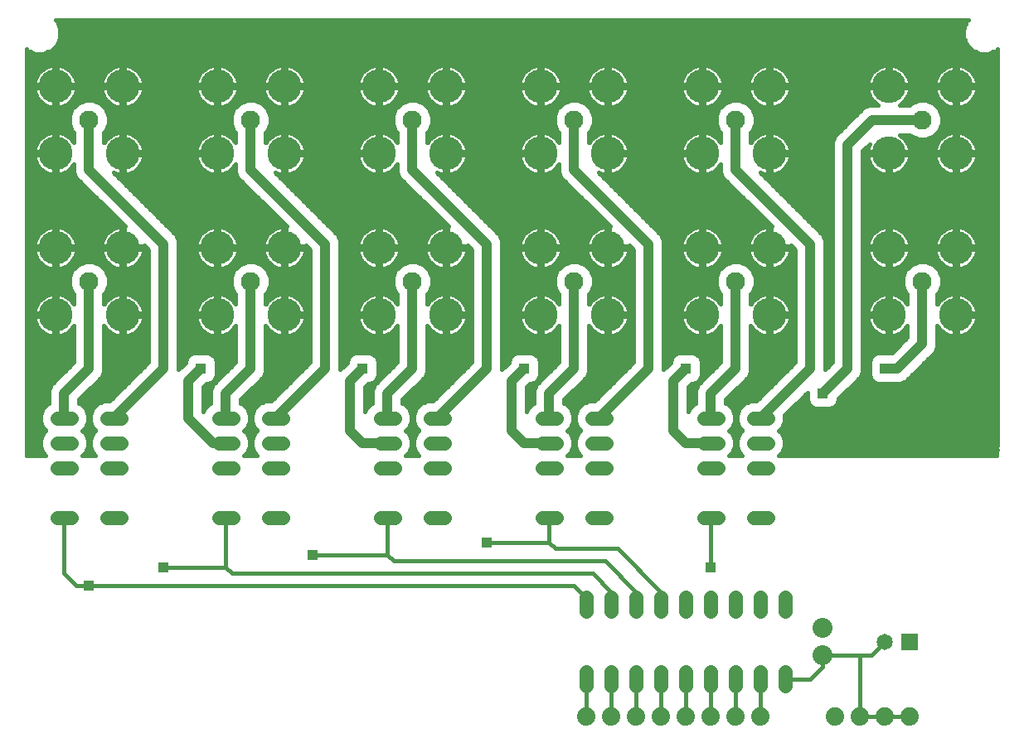
<source format=gbl>
G75*
G70*
%OFA0B0*%
%FSLAX24Y24*%
%IPPOS*%
%LPD*%
%AMOC8*
5,1,8,0,0,1.08239X$1,22.5*
%
%ADD10C,0.0560*%
%ADD11C,0.0740*%
%ADD12C,0.0555*%
%ADD13C,0.0768*%
%ADD14C,0.1361*%
%ADD15C,0.0800*%
%ADD16C,0.0650*%
%ADD17R,0.0650X0.0650*%
%ADD18C,0.0160*%
%ADD19R,0.0436X0.0436*%
%ADD20C,0.0400*%
D10*
X023300Y002707D02*
X023300Y003267D01*
X024300Y003267D02*
X024300Y002707D01*
X025300Y002707D02*
X025300Y003267D01*
X026300Y003267D02*
X026300Y002707D01*
X027300Y002707D02*
X027300Y003267D01*
X028300Y003267D02*
X028300Y002707D01*
X029300Y002707D02*
X029300Y003267D01*
X030300Y003267D02*
X030300Y002707D01*
X031300Y002707D02*
X031300Y003267D01*
X031300Y005707D02*
X031300Y006267D01*
X030300Y006267D02*
X030300Y005707D01*
X029300Y005707D02*
X029300Y006267D01*
X028300Y006267D02*
X028300Y005707D01*
X027300Y005707D02*
X027300Y006267D01*
X026300Y006267D02*
X026300Y005707D01*
X025300Y005707D02*
X025300Y006267D01*
X024300Y006267D02*
X024300Y005707D01*
X023300Y005707D02*
X023300Y006267D01*
D11*
X023300Y001487D03*
X024300Y001487D03*
X025300Y001487D03*
X026300Y001487D03*
X027300Y001487D03*
X028300Y001487D03*
X029300Y001487D03*
X030300Y001487D03*
X033300Y001487D03*
X034300Y001487D03*
X035300Y001487D03*
X036300Y001487D03*
D12*
X030577Y009487D02*
X030023Y009487D01*
X028577Y009487D02*
X028023Y009487D01*
X028023Y011487D02*
X028577Y011487D01*
X028577Y012487D02*
X028023Y012487D01*
X028023Y013487D02*
X028577Y013487D01*
X030023Y013487D02*
X030577Y013487D01*
X030577Y012487D02*
X030023Y012487D01*
X030023Y011487D02*
X030577Y011487D01*
X024077Y011487D02*
X023523Y011487D01*
X023523Y012487D02*
X024077Y012487D01*
X024077Y013487D02*
X023523Y013487D01*
X022077Y013487D02*
X021523Y013487D01*
X021523Y012487D02*
X022077Y012487D01*
X022077Y011487D02*
X021523Y011487D01*
X021523Y009487D02*
X022077Y009487D01*
X023523Y009487D02*
X024077Y009487D01*
X017577Y009487D02*
X017023Y009487D01*
X015577Y009487D02*
X015023Y009487D01*
X015023Y011487D02*
X015577Y011487D01*
X015577Y012487D02*
X015023Y012487D01*
X015023Y013487D02*
X015577Y013487D01*
X017023Y013487D02*
X017577Y013487D01*
X017577Y012487D02*
X017023Y012487D01*
X017023Y011487D02*
X017577Y011487D01*
X011077Y011487D02*
X010523Y011487D01*
X010523Y012487D02*
X011077Y012487D01*
X011077Y013487D02*
X010523Y013487D01*
X009077Y013487D02*
X008523Y013487D01*
X008523Y012487D02*
X009077Y012487D01*
X009077Y011487D02*
X008523Y011487D01*
X008523Y009487D02*
X009077Y009487D01*
X010523Y009487D02*
X011077Y009487D01*
X004577Y009487D02*
X004023Y009487D01*
X002577Y009487D02*
X002023Y009487D01*
X002023Y011487D02*
X002577Y011487D01*
X002577Y012487D02*
X002023Y012487D01*
X002023Y013487D02*
X002577Y013487D01*
X004023Y013487D02*
X004577Y013487D01*
X004577Y012487D02*
X004023Y012487D01*
X004023Y011487D02*
X004577Y011487D01*
D13*
X003300Y018987D03*
X009800Y018987D03*
X016300Y018987D03*
X022800Y018987D03*
X029300Y018987D03*
X036800Y018987D03*
X036800Y025487D03*
X029300Y025487D03*
X022800Y025487D03*
X016300Y025487D03*
X009800Y025487D03*
X003300Y025487D03*
D14*
X001950Y026837D03*
X004650Y026837D03*
X004650Y024136D03*
X001950Y024136D03*
X001950Y020337D03*
X004650Y020337D03*
X004650Y017636D03*
X001950Y017636D03*
X008450Y017636D03*
X011150Y017636D03*
X011150Y020337D03*
X008450Y020337D03*
X008450Y024136D03*
X011150Y024136D03*
X011150Y026837D03*
X008450Y026837D03*
X014950Y026837D03*
X017650Y026837D03*
X017650Y024136D03*
X014950Y024136D03*
X014950Y020337D03*
X017650Y020337D03*
X017650Y017636D03*
X014950Y017636D03*
X021450Y017636D03*
X024150Y017636D03*
X024150Y020337D03*
X021450Y020337D03*
X021450Y024136D03*
X024150Y024136D03*
X024150Y026837D03*
X021450Y026837D03*
X027950Y026837D03*
X030650Y026837D03*
X030650Y024136D03*
X027950Y024136D03*
X027950Y020337D03*
X030650Y020337D03*
X030650Y017636D03*
X027950Y017636D03*
X035450Y017636D03*
X038150Y017636D03*
X038150Y020337D03*
X035450Y020337D03*
X035450Y024136D03*
X038150Y024136D03*
X038150Y026837D03*
X035450Y026837D03*
D15*
X032800Y005037D03*
X032800Y003937D03*
D16*
X035300Y004487D03*
D17*
X036300Y004487D03*
D18*
X003300Y006737D02*
X002800Y006737D01*
X002300Y007237D01*
X002300Y009487D01*
X001564Y011987D02*
X000780Y011987D01*
X000780Y028329D01*
X000828Y028280D01*
X001134Y028154D01*
X001466Y028154D01*
X001772Y028280D01*
X002006Y028515D01*
X002133Y028821D01*
X002133Y029152D01*
X002006Y029459D01*
X001958Y029507D01*
X038642Y029507D01*
X038594Y029459D01*
X038467Y029152D01*
X038467Y028821D01*
X038594Y028515D01*
X038828Y028280D01*
X039134Y028154D01*
X039466Y028154D01*
X039772Y028280D01*
X039820Y028329D01*
X039820Y012707D01*
X039800Y011987D01*
X031036Y011987D01*
X031152Y012103D01*
X031255Y012352D01*
X031255Y012621D01*
X031152Y012870D01*
X031036Y012987D01*
X031152Y013103D01*
X031255Y013352D01*
X031255Y013593D01*
X032182Y014520D01*
X032182Y014189D01*
X032243Y014042D01*
X032355Y013929D01*
X032502Y013869D01*
X033098Y013869D01*
X033245Y013929D01*
X033357Y014042D01*
X033418Y014189D01*
X033418Y014256D01*
X034140Y014978D01*
X034309Y015147D01*
X034400Y015367D01*
X034400Y024238D01*
X034674Y024512D01*
X034633Y024413D01*
X034604Y024304D01*
X034592Y024216D01*
X035370Y024216D01*
X035370Y024056D01*
X035530Y024056D01*
X035530Y024216D01*
X036307Y024216D01*
X036295Y024304D01*
X036266Y024413D01*
X036223Y024518D01*
X036166Y024615D01*
X036098Y024705D01*
X036018Y024784D01*
X035929Y024853D01*
X035871Y024887D01*
X036291Y024887D01*
X036356Y024822D01*
X036644Y024703D01*
X036956Y024703D01*
X037244Y024822D01*
X037465Y025043D01*
X037584Y025331D01*
X037584Y025643D01*
X037465Y025931D01*
X037244Y026151D01*
X036956Y026271D01*
X036644Y026271D01*
X036356Y026151D01*
X036291Y026087D01*
X035871Y026087D01*
X035929Y026120D01*
X036018Y026189D01*
X036098Y026269D01*
X036166Y026358D01*
X036223Y026456D01*
X036266Y026560D01*
X036295Y026669D01*
X036307Y026757D01*
X035530Y026757D01*
X035530Y026917D01*
X036307Y026917D01*
X036295Y027005D01*
X036266Y027114D01*
X036223Y027218D01*
X036166Y027316D01*
X036098Y027406D01*
X036018Y027485D01*
X035929Y027554D01*
X035831Y027610D01*
X035727Y027653D01*
X035618Y027683D01*
X035530Y027694D01*
X035530Y026917D01*
X035370Y026917D01*
X035370Y027694D01*
X035281Y027683D01*
X035172Y027653D01*
X035068Y027610D01*
X034971Y027554D01*
X034881Y027485D01*
X034801Y027406D01*
X034733Y027316D01*
X034676Y027218D01*
X034633Y027114D01*
X034604Y027005D01*
X034592Y026917D01*
X035370Y026917D01*
X035370Y026757D01*
X034592Y026757D01*
X034604Y026669D01*
X034633Y026560D01*
X034676Y026456D01*
X034733Y026358D01*
X034801Y026269D01*
X034881Y026189D01*
X034971Y026120D01*
X035029Y026087D01*
X034681Y026087D01*
X034460Y025995D01*
X034291Y025827D01*
X033291Y024827D01*
X033200Y024606D01*
X033200Y015735D01*
X032900Y015435D01*
X032900Y020606D01*
X032809Y020827D01*
X032640Y020995D01*
X030274Y023361D01*
X030373Y023320D01*
X030482Y023291D01*
X030570Y023279D01*
X030570Y024056D01*
X030730Y024056D01*
X030730Y023279D01*
X030819Y023291D01*
X030928Y023320D01*
X031032Y023363D01*
X031129Y023419D01*
X031219Y023488D01*
X031299Y023568D01*
X031367Y023657D01*
X031424Y023755D01*
X031467Y023859D01*
X031496Y023968D01*
X031508Y024056D01*
X030730Y024056D01*
X030730Y024216D01*
X030570Y024216D01*
X030570Y024993D01*
X030482Y024982D01*
X030373Y024953D01*
X030269Y024910D01*
X030171Y024853D01*
X030082Y024784D01*
X030002Y024705D01*
X029934Y024615D01*
X029900Y024557D01*
X029900Y024978D01*
X029965Y025043D01*
X030084Y025331D01*
X030084Y025643D01*
X029965Y025931D01*
X029744Y026151D01*
X029456Y026271D01*
X029144Y026271D01*
X028856Y026151D01*
X028635Y025931D01*
X028516Y025643D01*
X028516Y025331D01*
X028635Y025043D01*
X028700Y024978D01*
X028700Y024557D01*
X028666Y024615D01*
X028598Y024705D01*
X028518Y024784D01*
X028429Y024853D01*
X028331Y024910D01*
X028227Y024953D01*
X028118Y024982D01*
X028030Y024993D01*
X028030Y024216D01*
X027870Y024216D01*
X027870Y024056D01*
X028030Y024056D01*
X028030Y023279D01*
X028118Y023291D01*
X028227Y023320D01*
X028331Y023363D01*
X028429Y023419D01*
X028518Y023488D01*
X028598Y023568D01*
X028666Y023657D01*
X028700Y023715D01*
X028700Y023367D01*
X028791Y023147D01*
X030746Y021192D01*
X030730Y021194D01*
X030730Y020417D01*
X030570Y020417D01*
X030570Y020257D01*
X029793Y020257D01*
X029805Y020169D01*
X029834Y020060D01*
X029877Y019956D01*
X029934Y019858D01*
X030002Y019769D01*
X030082Y019689D01*
X030171Y019620D01*
X030269Y019564D01*
X030373Y019521D01*
X030482Y019491D01*
X030570Y019480D01*
X030570Y020257D01*
X030730Y020257D01*
X030730Y019480D01*
X030819Y019491D01*
X030928Y019521D01*
X031032Y019564D01*
X031129Y019620D01*
X031219Y019689D01*
X031299Y019769D01*
X031367Y019858D01*
X031424Y019956D01*
X031467Y020060D01*
X031496Y020169D01*
X031508Y020257D01*
X030730Y020257D01*
X030730Y020417D01*
X031508Y020417D01*
X031506Y020433D01*
X031700Y020238D01*
X031700Y015735D01*
X030129Y014164D01*
X029888Y014164D01*
X029639Y014061D01*
X029448Y013870D01*
X029345Y013621D01*
X029345Y013352D01*
X029448Y013103D01*
X029564Y012987D01*
X029448Y012870D01*
X029345Y012621D01*
X029345Y012352D01*
X029448Y012103D01*
X029564Y011987D01*
X029036Y011987D01*
X029152Y012103D01*
X029255Y012352D01*
X029255Y012621D01*
X029152Y012870D01*
X029036Y012987D01*
X029152Y013103D01*
X029255Y013352D01*
X029255Y013621D01*
X029152Y013870D01*
X028961Y014061D01*
X028900Y014086D01*
X028900Y014238D01*
X029809Y015147D01*
X029900Y015367D01*
X029900Y017215D01*
X029934Y017157D01*
X030002Y017068D01*
X030082Y016988D01*
X030171Y016919D01*
X030269Y016863D01*
X030373Y016820D01*
X030482Y016791D01*
X030570Y016779D01*
X030570Y017556D01*
X030730Y017556D01*
X030730Y016779D01*
X030819Y016791D01*
X030928Y016820D01*
X031032Y016863D01*
X031129Y016919D01*
X031219Y016988D01*
X031299Y017068D01*
X031367Y017157D01*
X031424Y017255D01*
X031467Y017359D01*
X031496Y017468D01*
X031508Y017556D01*
X030730Y017556D01*
X030730Y017716D01*
X030570Y017716D01*
X030570Y018493D01*
X030482Y018482D01*
X030373Y018453D01*
X030269Y018410D01*
X030171Y018353D01*
X030082Y018284D01*
X030002Y018205D01*
X029934Y018115D01*
X029900Y018057D01*
X029900Y018478D01*
X029965Y018543D01*
X030084Y018831D01*
X030084Y019143D01*
X029965Y019431D01*
X029744Y019651D01*
X029456Y019771D01*
X029144Y019771D01*
X028856Y019651D01*
X028635Y019431D01*
X028516Y019143D01*
X028516Y018831D01*
X028635Y018543D01*
X028700Y018478D01*
X028700Y018057D01*
X028666Y018115D01*
X028598Y018205D01*
X028518Y018284D01*
X028429Y018353D01*
X028331Y018410D01*
X028227Y018453D01*
X028118Y018482D01*
X028030Y018493D01*
X028030Y017716D01*
X027870Y017716D01*
X027870Y017556D01*
X028030Y017556D01*
X028030Y016779D01*
X028118Y016791D01*
X028227Y016820D01*
X028331Y016863D01*
X028429Y016919D01*
X028518Y016988D01*
X028598Y017068D01*
X028666Y017157D01*
X028700Y017215D01*
X028700Y015735D01*
X027960Y014995D01*
X027791Y014827D01*
X027700Y014606D01*
X027700Y014086D01*
X027639Y014061D01*
X027448Y013870D01*
X027400Y013754D01*
X027400Y014738D01*
X027530Y014869D01*
X027598Y014869D01*
X027745Y014929D01*
X027857Y015042D01*
X027918Y015189D01*
X027918Y015784D01*
X027857Y015931D01*
X027745Y016044D01*
X027598Y016105D01*
X027002Y016105D01*
X026855Y016044D01*
X026743Y015931D01*
X026682Y015784D01*
X026682Y015717D01*
X026460Y015495D01*
X026400Y015435D01*
X026400Y020606D01*
X026309Y020827D01*
X026140Y020995D01*
X023774Y023361D01*
X023873Y023320D01*
X023982Y023291D01*
X024070Y023279D01*
X024070Y024056D01*
X024230Y024056D01*
X024230Y023279D01*
X024319Y023291D01*
X024428Y023320D01*
X024532Y023363D01*
X024629Y023419D01*
X024719Y023488D01*
X024799Y023568D01*
X024867Y023657D01*
X024924Y023755D01*
X024967Y023859D01*
X024996Y023968D01*
X025008Y024056D01*
X024230Y024056D01*
X024230Y024216D01*
X024070Y024216D01*
X024070Y024993D01*
X023982Y024982D01*
X023873Y024953D01*
X023769Y024910D01*
X023671Y024853D01*
X023582Y024784D01*
X023502Y024705D01*
X023434Y024615D01*
X023400Y024557D01*
X023400Y024978D01*
X023465Y025043D01*
X023584Y025331D01*
X023584Y025643D01*
X023465Y025931D01*
X023244Y026151D01*
X022956Y026271D01*
X022644Y026271D01*
X022356Y026151D01*
X022135Y025931D01*
X022016Y025643D01*
X022016Y025331D01*
X022135Y025043D01*
X022200Y024978D01*
X022200Y024557D01*
X022166Y024615D01*
X022098Y024705D01*
X022018Y024784D01*
X021929Y024853D01*
X021831Y024910D01*
X021727Y024953D01*
X021618Y024982D01*
X021530Y024993D01*
X021530Y024216D01*
X021370Y024216D01*
X021370Y024056D01*
X021530Y024056D01*
X021530Y023279D01*
X021618Y023291D01*
X021727Y023320D01*
X021831Y023363D01*
X021929Y023419D01*
X022018Y023488D01*
X022098Y023568D01*
X022166Y023657D01*
X022200Y023715D01*
X022200Y023367D01*
X022291Y023147D01*
X024246Y021192D01*
X024230Y021194D01*
X024230Y020417D01*
X024070Y020417D01*
X024070Y020257D01*
X023293Y020257D01*
X023305Y020169D01*
X023334Y020060D01*
X023377Y019956D01*
X023434Y019858D01*
X023502Y019769D01*
X023582Y019689D01*
X023671Y019620D01*
X023769Y019564D01*
X023873Y019521D01*
X023982Y019491D01*
X024070Y019480D01*
X024070Y020257D01*
X024230Y020257D01*
X024230Y019480D01*
X024319Y019491D01*
X024428Y019521D01*
X024532Y019564D01*
X024629Y019620D01*
X024719Y019689D01*
X024799Y019769D01*
X024867Y019858D01*
X024924Y019956D01*
X024967Y020060D01*
X024996Y020169D01*
X025008Y020257D01*
X024230Y020257D01*
X024230Y020417D01*
X025008Y020417D01*
X025006Y020433D01*
X025200Y020238D01*
X025200Y015735D01*
X023629Y014164D01*
X023388Y014164D01*
X023139Y014061D01*
X022948Y013870D01*
X022845Y013621D01*
X022845Y013352D01*
X022948Y013103D01*
X023064Y012987D01*
X022948Y012870D01*
X022845Y012621D01*
X022845Y012352D01*
X022948Y012103D01*
X023064Y011987D01*
X022536Y011987D01*
X022652Y012103D01*
X022755Y012352D01*
X022755Y012621D01*
X022652Y012870D01*
X022536Y012987D01*
X022652Y013103D01*
X022755Y013352D01*
X022755Y013621D01*
X022652Y013870D01*
X022461Y014061D01*
X022400Y014086D01*
X022400Y014238D01*
X023140Y014978D01*
X023309Y015147D01*
X023400Y015367D01*
X023400Y017215D01*
X023434Y017157D01*
X023502Y017068D01*
X023582Y016988D01*
X023671Y016919D01*
X023769Y016863D01*
X023873Y016820D01*
X023982Y016791D01*
X024070Y016779D01*
X024070Y017556D01*
X024230Y017556D01*
X024230Y016779D01*
X024319Y016791D01*
X024428Y016820D01*
X024532Y016863D01*
X024629Y016919D01*
X024719Y016988D01*
X024799Y017068D01*
X024867Y017157D01*
X024924Y017255D01*
X024967Y017359D01*
X024996Y017468D01*
X025008Y017556D01*
X024230Y017556D01*
X024230Y017716D01*
X024070Y017716D01*
X024070Y018493D01*
X023982Y018482D01*
X023873Y018453D01*
X023769Y018410D01*
X023671Y018353D01*
X023582Y018284D01*
X023502Y018205D01*
X023434Y018115D01*
X023400Y018057D01*
X023400Y018478D01*
X023465Y018543D01*
X023584Y018831D01*
X023584Y019143D01*
X023465Y019431D01*
X023244Y019651D01*
X022956Y019771D01*
X022644Y019771D01*
X022356Y019651D01*
X022135Y019431D01*
X022016Y019143D01*
X022016Y018831D01*
X022135Y018543D01*
X022200Y018478D01*
X022200Y018057D01*
X022166Y018115D01*
X022098Y018205D01*
X022018Y018284D01*
X021929Y018353D01*
X021831Y018410D01*
X021727Y018453D01*
X021618Y018482D01*
X021530Y018493D01*
X021530Y017716D01*
X021370Y017716D01*
X021370Y017556D01*
X021530Y017556D01*
X021530Y016779D01*
X021618Y016791D01*
X021727Y016820D01*
X021831Y016863D01*
X021929Y016919D01*
X022018Y016988D01*
X022098Y017068D01*
X022166Y017157D01*
X022200Y017215D01*
X022200Y015735D01*
X021460Y014995D01*
X021291Y014827D01*
X021200Y014606D01*
X021200Y014086D01*
X021139Y014061D01*
X020948Y013870D01*
X020900Y013754D01*
X020900Y014738D01*
X021030Y014869D01*
X021098Y014869D01*
X021245Y014929D01*
X021357Y015042D01*
X021418Y015189D01*
X021418Y015784D01*
X021357Y015931D01*
X021245Y016044D01*
X021098Y016105D01*
X020502Y016105D01*
X020355Y016044D01*
X020243Y015931D01*
X020182Y015784D01*
X020182Y015717D01*
X019900Y015435D01*
X019900Y020606D01*
X019809Y020827D01*
X019640Y020995D01*
X017274Y023361D01*
X017373Y023320D01*
X017482Y023291D01*
X017570Y023279D01*
X017570Y024056D01*
X017730Y024056D01*
X017730Y023279D01*
X017819Y023291D01*
X017928Y023320D01*
X018032Y023363D01*
X018129Y023419D01*
X018219Y023488D01*
X018299Y023568D01*
X018367Y023657D01*
X018424Y023755D01*
X018467Y023859D01*
X018496Y023968D01*
X018508Y024056D01*
X017730Y024056D01*
X017730Y024216D01*
X017570Y024216D01*
X017570Y024993D01*
X017482Y024982D01*
X017373Y024953D01*
X017269Y024910D01*
X017171Y024853D01*
X017082Y024784D01*
X017002Y024705D01*
X016934Y024615D01*
X016900Y024557D01*
X016900Y024978D01*
X016965Y025043D01*
X017084Y025331D01*
X017084Y025643D01*
X016965Y025931D01*
X016744Y026151D01*
X016456Y026271D01*
X016144Y026271D01*
X015856Y026151D01*
X015635Y025931D01*
X015516Y025643D01*
X015516Y025331D01*
X015635Y025043D01*
X015700Y024978D01*
X015700Y024557D01*
X015666Y024615D01*
X015598Y024705D01*
X015518Y024784D01*
X015429Y024853D01*
X015331Y024910D01*
X015227Y024953D01*
X015118Y024982D01*
X015030Y024993D01*
X015030Y024216D01*
X014870Y024216D01*
X014870Y024056D01*
X015030Y024056D01*
X015030Y023279D01*
X015118Y023291D01*
X015227Y023320D01*
X015331Y023363D01*
X015429Y023419D01*
X015518Y023488D01*
X015598Y023568D01*
X015666Y023657D01*
X015700Y023715D01*
X015700Y023367D01*
X015791Y023147D01*
X017746Y021192D01*
X017730Y021194D01*
X017730Y020417D01*
X017570Y020417D01*
X017570Y020257D01*
X016793Y020257D01*
X016805Y020169D01*
X016834Y020060D01*
X016877Y019956D01*
X016934Y019858D01*
X017002Y019769D01*
X017082Y019689D01*
X017171Y019620D01*
X017269Y019564D01*
X017373Y019521D01*
X017482Y019491D01*
X017570Y019480D01*
X017570Y020257D01*
X017730Y020257D01*
X017730Y019480D01*
X017819Y019491D01*
X017928Y019521D01*
X018032Y019564D01*
X018129Y019620D01*
X018219Y019689D01*
X018299Y019769D01*
X018367Y019858D01*
X018424Y019956D01*
X018467Y020060D01*
X018496Y020169D01*
X018508Y020257D01*
X017730Y020257D01*
X017730Y020417D01*
X018508Y020417D01*
X018506Y020433D01*
X018700Y020238D01*
X018700Y015735D01*
X017129Y014164D01*
X016888Y014164D01*
X016639Y014061D01*
X016448Y013870D01*
X016345Y013621D01*
X016345Y013352D01*
X016448Y013103D01*
X016564Y012987D01*
X016448Y012870D01*
X016345Y012621D01*
X016345Y012352D01*
X016448Y012103D01*
X016564Y011987D01*
X016036Y011987D01*
X016152Y012103D01*
X016255Y012352D01*
X016255Y012621D01*
X016152Y012870D01*
X016036Y012987D01*
X016152Y013103D01*
X016255Y013352D01*
X016255Y013621D01*
X016152Y013870D01*
X015961Y014061D01*
X015900Y014086D01*
X015900Y014238D01*
X016809Y015147D01*
X016900Y015367D01*
X016900Y017215D01*
X016934Y017157D01*
X017002Y017068D01*
X017082Y016988D01*
X017171Y016919D01*
X017269Y016863D01*
X017373Y016820D01*
X017482Y016791D01*
X017570Y016779D01*
X017570Y017556D01*
X017730Y017556D01*
X017730Y016779D01*
X017819Y016791D01*
X017928Y016820D01*
X018032Y016863D01*
X018129Y016919D01*
X018219Y016988D01*
X018299Y017068D01*
X018367Y017157D01*
X018424Y017255D01*
X018467Y017359D01*
X018496Y017468D01*
X018508Y017556D01*
X017730Y017556D01*
X017730Y017716D01*
X017570Y017716D01*
X017570Y018493D01*
X017482Y018482D01*
X017373Y018453D01*
X017269Y018410D01*
X017171Y018353D01*
X017082Y018284D01*
X017002Y018205D01*
X016934Y018115D01*
X016900Y018057D01*
X016900Y018478D01*
X016965Y018543D01*
X017084Y018831D01*
X017084Y019143D01*
X016965Y019431D01*
X016744Y019651D01*
X016456Y019771D01*
X016144Y019771D01*
X015856Y019651D01*
X015635Y019431D01*
X015516Y019143D01*
X015516Y018831D01*
X015635Y018543D01*
X015700Y018478D01*
X015700Y018057D01*
X015666Y018115D01*
X015598Y018205D01*
X015518Y018284D01*
X015429Y018353D01*
X015331Y018410D01*
X015227Y018453D01*
X015118Y018482D01*
X015030Y018493D01*
X015030Y017716D01*
X014870Y017716D01*
X014870Y017556D01*
X015030Y017556D01*
X015030Y016779D01*
X015118Y016791D01*
X015227Y016820D01*
X015331Y016863D01*
X015429Y016919D01*
X015518Y016988D01*
X015598Y017068D01*
X015666Y017157D01*
X015700Y017215D01*
X015700Y015735D01*
X014960Y014995D01*
X014791Y014827D01*
X014700Y014606D01*
X014700Y014086D01*
X014639Y014061D01*
X014448Y013870D01*
X014400Y013754D01*
X014400Y014738D01*
X014530Y014869D01*
X014598Y014869D01*
X014745Y014929D01*
X014857Y015042D01*
X014918Y015189D01*
X014918Y015784D01*
X014857Y015931D01*
X014745Y016044D01*
X014598Y016105D01*
X014002Y016105D01*
X013855Y016044D01*
X013743Y015931D01*
X013682Y015784D01*
X013682Y015717D01*
X013400Y015435D01*
X013400Y020606D01*
X013309Y020827D01*
X013140Y020995D01*
X010774Y023361D01*
X010873Y023320D01*
X010982Y023291D01*
X011070Y023279D01*
X011070Y024056D01*
X011230Y024056D01*
X011230Y023279D01*
X011319Y023291D01*
X011428Y023320D01*
X011532Y023363D01*
X011629Y023419D01*
X011719Y023488D01*
X011799Y023568D01*
X011867Y023657D01*
X011924Y023755D01*
X011967Y023859D01*
X011996Y023968D01*
X012008Y024056D01*
X011230Y024056D01*
X011230Y024216D01*
X011070Y024216D01*
X011070Y024993D01*
X010982Y024982D01*
X010873Y024953D01*
X010769Y024910D01*
X010671Y024853D01*
X010582Y024784D01*
X010502Y024705D01*
X010434Y024615D01*
X010400Y024557D01*
X010400Y024978D01*
X010465Y025043D01*
X010584Y025331D01*
X010584Y025643D01*
X010465Y025931D01*
X010244Y026151D01*
X009956Y026271D01*
X009644Y026271D01*
X009356Y026151D01*
X009135Y025931D01*
X009016Y025643D01*
X009016Y025331D01*
X009135Y025043D01*
X009200Y024978D01*
X009200Y024557D01*
X009166Y024615D01*
X009098Y024705D01*
X009018Y024784D01*
X008929Y024853D01*
X008831Y024910D01*
X008727Y024953D01*
X008618Y024982D01*
X008530Y024993D01*
X008530Y024216D01*
X008370Y024216D01*
X008370Y024056D01*
X008530Y024056D01*
X008530Y023279D01*
X008618Y023291D01*
X008727Y023320D01*
X008831Y023363D01*
X008929Y023419D01*
X009018Y023488D01*
X009098Y023568D01*
X009166Y023657D01*
X009200Y023715D01*
X009200Y023367D01*
X009291Y023147D01*
X011246Y021192D01*
X011230Y021194D01*
X011230Y020417D01*
X011070Y020417D01*
X011070Y020257D01*
X010293Y020257D01*
X010305Y020169D01*
X010334Y020060D01*
X010377Y019956D01*
X010434Y019858D01*
X010502Y019769D01*
X010582Y019689D01*
X010671Y019620D01*
X010769Y019564D01*
X010873Y019521D01*
X010982Y019491D01*
X011070Y019480D01*
X011070Y020257D01*
X011230Y020257D01*
X011230Y019480D01*
X011319Y019491D01*
X011428Y019521D01*
X011532Y019564D01*
X011629Y019620D01*
X011719Y019689D01*
X011799Y019769D01*
X011867Y019858D01*
X011924Y019956D01*
X011967Y020060D01*
X011996Y020169D01*
X012008Y020257D01*
X011230Y020257D01*
X011230Y020417D01*
X012008Y020417D01*
X012006Y020433D01*
X012200Y020238D01*
X012200Y015735D01*
X010629Y014164D01*
X010388Y014164D01*
X010139Y014061D01*
X009948Y013870D01*
X009845Y013621D01*
X009845Y013352D01*
X009948Y013103D01*
X010064Y012987D01*
X009948Y012870D01*
X009845Y012621D01*
X009845Y012352D01*
X009948Y012103D01*
X010064Y011987D01*
X009536Y011987D01*
X009652Y012103D01*
X009755Y012352D01*
X009755Y012621D01*
X009652Y012870D01*
X009536Y012987D01*
X009652Y013103D01*
X009755Y013352D01*
X009755Y013621D01*
X009652Y013870D01*
X009461Y014061D01*
X009400Y014086D01*
X009400Y014238D01*
X010309Y015147D01*
X010400Y015367D01*
X010400Y017215D01*
X010434Y017157D01*
X010502Y017068D01*
X010582Y016988D01*
X010671Y016919D01*
X010769Y016863D01*
X010873Y016820D01*
X010982Y016791D01*
X011070Y016779D01*
X011070Y017556D01*
X011230Y017556D01*
X011230Y016779D01*
X011319Y016791D01*
X011428Y016820D01*
X011532Y016863D01*
X011629Y016919D01*
X011719Y016988D01*
X011799Y017068D01*
X011867Y017157D01*
X011924Y017255D01*
X011967Y017359D01*
X011996Y017468D01*
X012008Y017556D01*
X011230Y017556D01*
X011230Y017716D01*
X011070Y017716D01*
X011070Y018493D01*
X010982Y018482D01*
X010873Y018453D01*
X010769Y018410D01*
X010671Y018353D01*
X010582Y018284D01*
X010502Y018205D01*
X010434Y018115D01*
X010400Y018057D01*
X010400Y018478D01*
X010465Y018543D01*
X010584Y018831D01*
X010584Y019143D01*
X010465Y019431D01*
X010244Y019651D01*
X009956Y019771D01*
X009644Y019771D01*
X009356Y019651D01*
X009135Y019431D01*
X009016Y019143D01*
X009016Y018831D01*
X009135Y018543D01*
X009200Y018478D01*
X009200Y018057D01*
X009166Y018115D01*
X009098Y018205D01*
X009018Y018284D01*
X008929Y018353D01*
X008831Y018410D01*
X008727Y018453D01*
X008618Y018482D01*
X008530Y018493D01*
X008530Y017716D01*
X008370Y017716D01*
X008370Y017556D01*
X008530Y017556D01*
X008530Y016779D01*
X008618Y016791D01*
X008727Y016820D01*
X008831Y016863D01*
X008929Y016919D01*
X009018Y016988D01*
X009098Y017068D01*
X009166Y017157D01*
X009200Y017215D01*
X009200Y015735D01*
X008460Y014995D01*
X008291Y014827D01*
X008200Y014606D01*
X008200Y014086D01*
X008139Y014061D01*
X007948Y013870D01*
X007900Y013754D01*
X007900Y014738D01*
X008030Y014869D01*
X008098Y014869D01*
X008245Y014929D01*
X008357Y015042D01*
X008418Y015189D01*
X008418Y015784D01*
X008357Y015931D01*
X008245Y016044D01*
X008098Y016105D01*
X007502Y016105D01*
X007355Y016044D01*
X007243Y015931D01*
X007182Y015784D01*
X007182Y015717D01*
X006900Y015435D01*
X006900Y020606D01*
X006809Y020827D01*
X006640Y020995D01*
X004274Y023361D01*
X004373Y023320D01*
X004482Y023291D01*
X004570Y023279D01*
X004570Y024056D01*
X004730Y024056D01*
X004730Y023279D01*
X004819Y023291D01*
X004928Y023320D01*
X005032Y023363D01*
X005129Y023419D01*
X005219Y023488D01*
X005299Y023568D01*
X005367Y023657D01*
X005424Y023755D01*
X005467Y023859D01*
X005496Y023968D01*
X005508Y024056D01*
X004730Y024056D01*
X004730Y024216D01*
X004570Y024216D01*
X004570Y024993D01*
X004482Y024982D01*
X004373Y024953D01*
X004269Y024910D01*
X004171Y024853D01*
X004082Y024784D01*
X004002Y024705D01*
X003934Y024615D01*
X003900Y024557D01*
X003900Y024978D01*
X003965Y025043D01*
X004084Y025331D01*
X004084Y025643D01*
X003965Y025931D01*
X003744Y026151D01*
X003456Y026271D01*
X003144Y026271D01*
X002856Y026151D01*
X002635Y025931D01*
X002516Y025643D01*
X002516Y025331D01*
X002635Y025043D01*
X002700Y024978D01*
X002700Y024557D01*
X002666Y024615D01*
X002598Y024705D01*
X002518Y024784D01*
X002429Y024853D01*
X002331Y024910D01*
X002227Y024953D01*
X002118Y024982D01*
X002030Y024993D01*
X002030Y024216D01*
X001870Y024216D01*
X001870Y024056D01*
X002030Y024056D01*
X002030Y023279D01*
X002118Y023291D01*
X002227Y023320D01*
X002331Y023363D01*
X002429Y023419D01*
X002518Y023488D01*
X002598Y023568D01*
X002666Y023657D01*
X002700Y023715D01*
X002700Y023367D01*
X002791Y023147D01*
X004746Y021192D01*
X004730Y021194D01*
X004730Y020417D01*
X004570Y020417D01*
X004570Y020257D01*
X003793Y020257D01*
X003805Y020169D01*
X003834Y020060D01*
X003877Y019956D01*
X003934Y019858D01*
X004002Y019769D01*
X004082Y019689D01*
X004171Y019620D01*
X004269Y019564D01*
X004373Y019521D01*
X004482Y019491D01*
X004570Y019480D01*
X004570Y020257D01*
X004730Y020257D01*
X004730Y019480D01*
X004819Y019491D01*
X004928Y019521D01*
X005032Y019564D01*
X005129Y019620D01*
X005219Y019689D01*
X005299Y019769D01*
X005367Y019858D01*
X005424Y019956D01*
X005467Y020060D01*
X005496Y020169D01*
X005508Y020257D01*
X004730Y020257D01*
X004730Y020417D01*
X005508Y020417D01*
X005506Y020433D01*
X005700Y020238D01*
X005700Y015735D01*
X004129Y014164D01*
X003888Y014164D01*
X003639Y014061D01*
X003448Y013870D01*
X003345Y013621D01*
X003345Y013352D01*
X003448Y013103D01*
X003564Y012987D01*
X003448Y012870D01*
X003345Y012621D01*
X003345Y012352D01*
X003448Y012103D01*
X003564Y011987D01*
X003036Y011987D01*
X003152Y012103D01*
X003255Y012352D01*
X003255Y012621D01*
X003152Y012870D01*
X003036Y012987D01*
X003152Y013103D01*
X003255Y013352D01*
X003255Y013621D01*
X003152Y013870D01*
X002961Y014061D01*
X002900Y014086D01*
X002900Y014238D01*
X003809Y015147D01*
X003900Y015367D01*
X003900Y017215D01*
X003934Y017157D01*
X004002Y017068D01*
X004082Y016988D01*
X004171Y016919D01*
X004269Y016863D01*
X004373Y016820D01*
X004482Y016791D01*
X004570Y016779D01*
X004570Y017556D01*
X004730Y017556D01*
X004730Y016779D01*
X004819Y016791D01*
X004928Y016820D01*
X005032Y016863D01*
X005129Y016919D01*
X005219Y016988D01*
X005299Y017068D01*
X005367Y017157D01*
X005424Y017255D01*
X005467Y017359D01*
X005496Y017468D01*
X005508Y017556D01*
X004730Y017556D01*
X004730Y017716D01*
X004570Y017716D01*
X004570Y018493D01*
X004482Y018482D01*
X004373Y018453D01*
X004269Y018410D01*
X004171Y018353D01*
X004082Y018284D01*
X004002Y018205D01*
X003934Y018115D01*
X003900Y018057D01*
X003900Y018478D01*
X003965Y018543D01*
X004084Y018831D01*
X004084Y019143D01*
X003965Y019431D01*
X003744Y019651D01*
X003456Y019771D01*
X003144Y019771D01*
X002856Y019651D01*
X002635Y019431D01*
X002516Y019143D01*
X002516Y018831D01*
X002635Y018543D01*
X002700Y018478D01*
X002700Y018057D01*
X002666Y018115D01*
X002598Y018205D01*
X002518Y018284D01*
X002429Y018353D01*
X002331Y018410D01*
X002227Y018453D01*
X002118Y018482D01*
X002030Y018493D01*
X002030Y017716D01*
X001870Y017716D01*
X001870Y017556D01*
X002030Y017556D01*
X002030Y016779D01*
X002118Y016791D01*
X002227Y016820D01*
X002331Y016863D01*
X002429Y016919D01*
X002518Y016988D01*
X002598Y017068D01*
X002666Y017157D01*
X002700Y017215D01*
X002700Y015735D01*
X001960Y014995D01*
X001791Y014827D01*
X001700Y014606D01*
X001700Y014086D01*
X001639Y014061D01*
X001448Y013870D01*
X001345Y013621D01*
X001345Y013352D01*
X001448Y013103D01*
X001564Y012987D01*
X001448Y012870D01*
X001345Y012621D01*
X001345Y012352D01*
X001448Y012103D01*
X001564Y011987D01*
X001494Y012057D02*
X000780Y012057D01*
X000780Y012216D02*
X001401Y012216D01*
X001345Y012374D02*
X000780Y012374D01*
X000780Y012533D02*
X001345Y012533D01*
X001374Y012691D02*
X000780Y012691D01*
X000780Y012850D02*
X001440Y012850D01*
X001543Y013008D02*
X000780Y013008D01*
X000780Y013167D02*
X001422Y013167D01*
X001356Y013325D02*
X000780Y013325D01*
X000780Y013484D02*
X001345Y013484D01*
X001354Y013642D02*
X000780Y013642D01*
X000780Y013801D02*
X001419Y013801D01*
X001537Y013959D02*
X000780Y013959D01*
X000780Y014118D02*
X001700Y014118D01*
X001700Y014276D02*
X000780Y014276D01*
X000780Y014435D02*
X001700Y014435D01*
X001700Y014593D02*
X000780Y014593D01*
X000780Y014752D02*
X001760Y014752D01*
X001875Y014910D02*
X000780Y014910D01*
X000780Y015069D02*
X002033Y015069D01*
X002192Y015227D02*
X000780Y015227D01*
X000780Y015386D02*
X002350Y015386D01*
X002509Y015544D02*
X000780Y015544D01*
X000780Y015703D02*
X002667Y015703D01*
X002700Y015861D02*
X000780Y015861D01*
X000780Y016020D02*
X002700Y016020D01*
X002700Y016178D02*
X000780Y016178D01*
X000780Y016337D02*
X002700Y016337D01*
X002700Y016495D02*
X000780Y016495D01*
X000780Y016654D02*
X002700Y016654D01*
X002700Y016812D02*
X002198Y016812D01*
X002030Y016812D02*
X001870Y016812D01*
X001870Y016779D02*
X001870Y017556D01*
X001092Y017556D01*
X001104Y017468D01*
X001133Y017359D01*
X001176Y017255D01*
X001233Y017157D01*
X001301Y017068D01*
X001381Y016988D01*
X001471Y016919D01*
X001568Y016863D01*
X001672Y016820D01*
X001781Y016791D01*
X001870Y016779D01*
X001701Y016812D02*
X000780Y016812D01*
X000780Y016971D02*
X001404Y016971D01*
X001254Y017129D02*
X000780Y017129D01*
X000780Y017288D02*
X001163Y017288D01*
X001110Y017446D02*
X000780Y017446D01*
X000780Y017605D02*
X001870Y017605D01*
X001870Y017716D02*
X001092Y017716D01*
X001104Y017804D01*
X001133Y017913D01*
X001176Y018018D01*
X001233Y018115D01*
X001301Y018205D01*
X001381Y018284D01*
X001471Y018353D01*
X001568Y018410D01*
X001672Y018453D01*
X001781Y018482D01*
X001870Y018493D01*
X001870Y017716D01*
X001870Y017763D02*
X002030Y017763D01*
X002030Y017922D02*
X001870Y017922D01*
X001870Y018080D02*
X002030Y018080D01*
X002030Y018239D02*
X001870Y018239D01*
X001870Y018397D02*
X002030Y018397D01*
X002352Y018397D02*
X002700Y018397D01*
X002700Y018239D02*
X002564Y018239D01*
X002687Y018080D02*
X002700Y018080D01*
X002630Y018556D02*
X000780Y018556D01*
X000780Y018714D02*
X002564Y018714D01*
X002516Y018873D02*
X000780Y018873D01*
X000780Y019031D02*
X002516Y019031D01*
X002536Y019190D02*
X000780Y019190D01*
X000780Y019348D02*
X002601Y019348D01*
X002711Y019507D02*
X002175Y019507D01*
X002227Y019521D02*
X002331Y019564D01*
X002429Y019620D01*
X002518Y019689D01*
X002598Y019769D01*
X002666Y019858D01*
X002723Y019956D01*
X002766Y020060D01*
X002795Y020169D01*
X002807Y020257D01*
X002030Y020257D01*
X002030Y020417D01*
X002807Y020417D01*
X002795Y020505D01*
X002766Y020614D01*
X002723Y020718D01*
X002666Y020816D01*
X002598Y020906D01*
X002518Y020985D01*
X002429Y021054D01*
X002331Y021110D01*
X002227Y021153D01*
X002118Y021183D01*
X002030Y021194D01*
X002030Y020417D01*
X001870Y020417D01*
X001870Y021194D01*
X001781Y021183D01*
X001672Y021153D01*
X001568Y021110D01*
X001471Y021054D01*
X001381Y020985D01*
X001301Y020906D01*
X001233Y020816D01*
X001176Y020718D01*
X001133Y020614D01*
X001104Y020505D01*
X001092Y020417D01*
X001870Y020417D01*
X001870Y020257D01*
X002030Y020257D01*
X002030Y019480D01*
X002118Y019491D01*
X002227Y019521D01*
X002030Y019507D02*
X001870Y019507D01*
X001870Y019480D02*
X001870Y020257D01*
X001092Y020257D01*
X001104Y020169D01*
X001133Y020060D01*
X001176Y019956D01*
X001233Y019858D01*
X001301Y019769D01*
X001381Y019689D01*
X001471Y019620D01*
X001568Y019564D01*
X001672Y019521D01*
X001781Y019491D01*
X001870Y019480D01*
X001725Y019507D02*
X000780Y019507D01*
X000780Y019665D02*
X001412Y019665D01*
X001259Y019824D02*
X000780Y019824D01*
X000780Y019982D02*
X001165Y019982D01*
X001112Y020141D02*
X000780Y020141D01*
X000780Y020299D02*
X001870Y020299D01*
X001870Y020141D02*
X002030Y020141D01*
X002030Y020299D02*
X004570Y020299D01*
X004570Y020417D02*
X003793Y020417D01*
X003805Y020505D01*
X003834Y020614D01*
X003877Y020718D01*
X003934Y020816D01*
X004002Y020906D01*
X004082Y020985D01*
X004171Y021054D01*
X004269Y021110D01*
X004373Y021153D01*
X004482Y021183D01*
X004570Y021194D01*
X004570Y020417D01*
X004570Y020458D02*
X004730Y020458D01*
X004730Y020616D02*
X004570Y020616D01*
X004570Y020775D02*
X004730Y020775D01*
X004730Y020933D02*
X004570Y020933D01*
X004570Y021092D02*
X004730Y021092D01*
X004688Y021250D02*
X000780Y021250D01*
X000780Y021092D02*
X001536Y021092D01*
X001329Y020933D02*
X000780Y020933D01*
X000780Y020775D02*
X001209Y020775D01*
X001134Y020616D02*
X000780Y020616D01*
X000780Y020458D02*
X001098Y020458D01*
X001870Y020458D02*
X002030Y020458D01*
X002030Y020616D02*
X001870Y020616D01*
X001870Y020775D02*
X002030Y020775D01*
X002030Y020933D02*
X001870Y020933D01*
X001870Y021092D02*
X002030Y021092D01*
X002363Y021092D02*
X004237Y021092D01*
X004030Y020933D02*
X002570Y020933D01*
X002690Y020775D02*
X003910Y020775D01*
X003835Y020616D02*
X002765Y020616D01*
X002801Y020458D02*
X003799Y020458D01*
X003812Y020141D02*
X002788Y020141D01*
X002734Y019982D02*
X003866Y019982D01*
X003960Y019824D02*
X002640Y019824D01*
X002487Y019665D02*
X002890Y019665D01*
X003710Y019665D02*
X004113Y019665D01*
X003889Y019507D02*
X004425Y019507D01*
X004570Y019507D02*
X004730Y019507D01*
X004875Y019507D02*
X005700Y019507D01*
X005700Y019665D02*
X005188Y019665D01*
X005341Y019824D02*
X005700Y019824D01*
X005700Y019982D02*
X005435Y019982D01*
X005488Y020141D02*
X005700Y020141D01*
X005639Y020299D02*
X004730Y020299D01*
X004730Y020141D02*
X004570Y020141D01*
X004570Y019982D02*
X004730Y019982D01*
X004730Y019824D02*
X004570Y019824D01*
X004570Y019665D02*
X004730Y019665D01*
X003999Y019348D02*
X005700Y019348D01*
X005700Y019190D02*
X004064Y019190D01*
X004084Y019031D02*
X005700Y019031D01*
X005700Y018873D02*
X004084Y018873D01*
X004036Y018714D02*
X005700Y018714D01*
X005700Y018556D02*
X003970Y018556D01*
X003900Y018397D02*
X004248Y018397D01*
X004036Y018239D02*
X003900Y018239D01*
X003900Y018080D02*
X003913Y018080D01*
X004570Y018080D02*
X004730Y018080D01*
X004730Y017922D02*
X004570Y017922D01*
X004570Y017763D02*
X004730Y017763D01*
X004730Y017716D02*
X004730Y018493D01*
X004819Y018482D01*
X004928Y018453D01*
X005032Y018410D01*
X005129Y018353D01*
X005219Y018284D01*
X005299Y018205D01*
X005367Y018115D01*
X005424Y018018D01*
X005467Y017913D01*
X005496Y017804D01*
X005508Y017716D01*
X004730Y017716D01*
X004730Y017605D02*
X005700Y017605D01*
X005700Y017763D02*
X005501Y017763D01*
X005463Y017922D02*
X005700Y017922D01*
X005700Y018080D02*
X005388Y018080D01*
X005265Y018239D02*
X005700Y018239D01*
X005700Y018397D02*
X005053Y018397D01*
X004730Y018397D02*
X004570Y018397D01*
X004570Y018239D02*
X004730Y018239D01*
X004730Y017446D02*
X004570Y017446D01*
X004570Y017288D02*
X004730Y017288D01*
X004730Y017129D02*
X004570Y017129D01*
X004570Y016971D02*
X004730Y016971D01*
X004730Y016812D02*
X004570Y016812D01*
X004402Y016812D02*
X003900Y016812D01*
X003900Y016654D02*
X005700Y016654D01*
X005700Y016812D02*
X004899Y016812D01*
X005196Y016971D02*
X005700Y016971D01*
X005700Y017129D02*
X005346Y017129D01*
X005437Y017288D02*
X005700Y017288D01*
X005700Y017446D02*
X005490Y017446D01*
X005700Y016495D02*
X003900Y016495D01*
X003900Y016337D02*
X005700Y016337D01*
X005700Y016178D02*
X003900Y016178D01*
X003900Y016020D02*
X005700Y016020D01*
X005700Y015861D02*
X003900Y015861D01*
X003900Y015703D02*
X005667Y015703D01*
X005509Y015544D02*
X003900Y015544D01*
X003900Y015386D02*
X005350Y015386D01*
X005192Y015227D02*
X003842Y015227D01*
X003731Y015069D02*
X005033Y015069D01*
X004875Y014910D02*
X003572Y014910D01*
X003414Y014752D02*
X004716Y014752D01*
X004558Y014593D02*
X003255Y014593D01*
X003097Y014435D02*
X004399Y014435D01*
X004241Y014276D02*
X002938Y014276D01*
X002900Y014118D02*
X003776Y014118D01*
X003537Y013959D02*
X003063Y013959D01*
X003181Y013801D02*
X003419Y013801D01*
X003354Y013642D02*
X003246Y013642D01*
X003255Y013484D02*
X003345Y013484D01*
X003356Y013325D02*
X003244Y013325D01*
X003178Y013167D02*
X003422Y013167D01*
X003543Y013008D02*
X003057Y013008D01*
X003160Y012850D02*
X003440Y012850D01*
X003374Y012691D02*
X003226Y012691D01*
X003255Y012533D02*
X003345Y012533D01*
X003345Y012374D02*
X003255Y012374D01*
X003199Y012216D02*
X003401Y012216D01*
X003494Y012057D02*
X003106Y012057D01*
X007900Y013801D02*
X007919Y013801D01*
X007900Y013959D02*
X008037Y013959D01*
X007900Y014118D02*
X008200Y014118D01*
X008200Y014276D02*
X007900Y014276D01*
X007900Y014435D02*
X008200Y014435D01*
X008200Y014593D02*
X007900Y014593D01*
X007914Y014752D02*
X008260Y014752D01*
X008198Y014910D02*
X008375Y014910D01*
X008368Y015069D02*
X008533Y015069D01*
X008418Y015227D02*
X008692Y015227D01*
X008850Y015386D02*
X008418Y015386D01*
X008418Y015544D02*
X009009Y015544D01*
X009167Y015703D02*
X008418Y015703D01*
X008386Y015861D02*
X009200Y015861D01*
X009200Y016020D02*
X008269Y016020D01*
X008370Y016779D02*
X008370Y017556D01*
X007592Y017556D01*
X007604Y017468D01*
X007633Y017359D01*
X007676Y017255D01*
X007733Y017157D01*
X007801Y017068D01*
X007881Y016988D01*
X007971Y016919D01*
X008068Y016863D01*
X008172Y016820D01*
X008281Y016791D01*
X008370Y016779D01*
X008370Y016812D02*
X008530Y016812D01*
X008530Y016971D02*
X008370Y016971D01*
X008370Y017129D02*
X008530Y017129D01*
X008530Y017288D02*
X008370Y017288D01*
X008370Y017446D02*
X008530Y017446D01*
X008370Y017605D02*
X006900Y017605D01*
X006900Y017763D02*
X007599Y017763D01*
X007604Y017804D02*
X007592Y017716D01*
X008370Y017716D01*
X008370Y018493D01*
X008281Y018482D01*
X008172Y018453D01*
X008068Y018410D01*
X007971Y018353D01*
X007881Y018284D01*
X007801Y018205D01*
X007733Y018115D01*
X007676Y018018D01*
X007633Y017913D01*
X007604Y017804D01*
X007637Y017922D02*
X006900Y017922D01*
X006900Y018080D02*
X007712Y018080D01*
X007835Y018239D02*
X006900Y018239D01*
X006900Y018397D02*
X008047Y018397D01*
X008370Y018397D02*
X008530Y018397D01*
X008530Y018239D02*
X008370Y018239D01*
X008370Y018080D02*
X008530Y018080D01*
X008530Y017922D02*
X008370Y017922D01*
X008370Y017763D02*
X008530Y017763D01*
X009187Y018080D02*
X009200Y018080D01*
X009200Y018239D02*
X009064Y018239D01*
X009200Y018397D02*
X008852Y018397D01*
X009130Y018556D02*
X006900Y018556D01*
X006900Y018714D02*
X009064Y018714D01*
X009016Y018873D02*
X006900Y018873D01*
X006900Y019031D02*
X009016Y019031D01*
X009036Y019190D02*
X006900Y019190D01*
X006900Y019348D02*
X009101Y019348D01*
X009211Y019507D02*
X008675Y019507D01*
X008727Y019521D02*
X008831Y019564D01*
X008929Y019620D01*
X009018Y019689D01*
X009098Y019769D01*
X009166Y019858D01*
X009223Y019956D01*
X009266Y020060D01*
X009295Y020169D01*
X009307Y020257D01*
X008530Y020257D01*
X008530Y020417D01*
X009307Y020417D01*
X009295Y020505D01*
X009266Y020614D01*
X009223Y020718D01*
X009166Y020816D01*
X009098Y020906D01*
X009018Y020985D01*
X008929Y021054D01*
X008831Y021110D01*
X008727Y021153D01*
X008618Y021183D01*
X008530Y021194D01*
X008530Y020417D01*
X008370Y020417D01*
X008370Y021194D01*
X008281Y021183D01*
X008172Y021153D01*
X008068Y021110D01*
X007971Y021054D01*
X007881Y020985D01*
X007801Y020906D01*
X007733Y020816D01*
X007676Y020718D01*
X007633Y020614D01*
X007604Y020505D01*
X007592Y020417D01*
X008370Y020417D01*
X008370Y020257D01*
X008530Y020257D01*
X008530Y019480D01*
X008618Y019491D01*
X008727Y019521D01*
X008530Y019507D02*
X008370Y019507D01*
X008370Y019480D02*
X008370Y020257D01*
X007592Y020257D01*
X007604Y020169D01*
X007633Y020060D01*
X007676Y019956D01*
X007733Y019858D01*
X007801Y019769D01*
X007881Y019689D01*
X007971Y019620D01*
X008068Y019564D01*
X008172Y019521D01*
X008281Y019491D01*
X008370Y019480D01*
X008225Y019507D02*
X006900Y019507D01*
X006900Y019665D02*
X007912Y019665D01*
X007759Y019824D02*
X006900Y019824D01*
X006900Y019982D02*
X007665Y019982D01*
X007612Y020141D02*
X006900Y020141D01*
X006900Y020299D02*
X008370Y020299D01*
X008370Y020141D02*
X008530Y020141D01*
X008530Y020299D02*
X011070Y020299D01*
X011070Y020417D02*
X010293Y020417D01*
X010305Y020505D01*
X010334Y020614D01*
X010377Y020718D01*
X010434Y020816D01*
X010502Y020906D01*
X010582Y020985D01*
X010671Y021054D01*
X010769Y021110D01*
X010873Y021153D01*
X010982Y021183D01*
X011070Y021194D01*
X011070Y020417D01*
X011070Y020458D02*
X011230Y020458D01*
X011230Y020616D02*
X011070Y020616D01*
X011070Y020775D02*
X011230Y020775D01*
X011230Y020933D02*
X011070Y020933D01*
X011070Y021092D02*
X011230Y021092D01*
X011188Y021250D02*
X006385Y021250D01*
X006543Y021092D02*
X008036Y021092D01*
X007829Y020933D02*
X006702Y020933D01*
X006830Y020775D02*
X007709Y020775D01*
X007634Y020616D02*
X006896Y020616D01*
X006900Y020458D02*
X007598Y020458D01*
X008370Y020458D02*
X008530Y020458D01*
X008530Y020616D02*
X008370Y020616D01*
X008370Y020775D02*
X008530Y020775D01*
X008530Y020933D02*
X008370Y020933D01*
X008370Y021092D02*
X008530Y021092D01*
X008863Y021092D02*
X010737Y021092D01*
X010530Y020933D02*
X009070Y020933D01*
X009190Y020775D02*
X010410Y020775D01*
X010335Y020616D02*
X009265Y020616D01*
X009301Y020458D02*
X010299Y020458D01*
X010312Y020141D02*
X009288Y020141D01*
X009234Y019982D02*
X010366Y019982D01*
X010460Y019824D02*
X009140Y019824D01*
X008987Y019665D02*
X009390Y019665D01*
X010210Y019665D02*
X010613Y019665D01*
X010389Y019507D02*
X010925Y019507D01*
X011070Y019507D02*
X011230Y019507D01*
X011375Y019507D02*
X012200Y019507D01*
X012200Y019665D02*
X011688Y019665D01*
X011841Y019824D02*
X012200Y019824D01*
X012200Y019982D02*
X011935Y019982D01*
X011988Y020141D02*
X012200Y020141D01*
X012139Y020299D02*
X011230Y020299D01*
X011230Y020141D02*
X011070Y020141D01*
X011070Y019982D02*
X011230Y019982D01*
X011230Y019824D02*
X011070Y019824D01*
X011070Y019665D02*
X011230Y019665D01*
X010499Y019348D02*
X012200Y019348D01*
X012200Y019190D02*
X010564Y019190D01*
X010584Y019031D02*
X012200Y019031D01*
X012200Y018873D02*
X010584Y018873D01*
X010536Y018714D02*
X012200Y018714D01*
X012200Y018556D02*
X010470Y018556D01*
X010400Y018397D02*
X010748Y018397D01*
X010536Y018239D02*
X010400Y018239D01*
X010400Y018080D02*
X010413Y018080D01*
X011070Y018080D02*
X011230Y018080D01*
X011230Y017922D02*
X011070Y017922D01*
X011070Y017763D02*
X011230Y017763D01*
X011230Y017716D02*
X011230Y018493D01*
X011319Y018482D01*
X011428Y018453D01*
X011532Y018410D01*
X011629Y018353D01*
X011719Y018284D01*
X011799Y018205D01*
X011867Y018115D01*
X011924Y018018D01*
X011967Y017913D01*
X011996Y017804D01*
X012008Y017716D01*
X011230Y017716D01*
X011230Y017605D02*
X012200Y017605D01*
X012200Y017763D02*
X012001Y017763D01*
X011963Y017922D02*
X012200Y017922D01*
X012200Y018080D02*
X011888Y018080D01*
X011765Y018239D02*
X012200Y018239D01*
X012200Y018397D02*
X011553Y018397D01*
X011230Y018397D02*
X011070Y018397D01*
X011070Y018239D02*
X011230Y018239D01*
X011230Y017446D02*
X011070Y017446D01*
X011070Y017288D02*
X011230Y017288D01*
X011230Y017129D02*
X011070Y017129D01*
X011070Y016971D02*
X011230Y016971D01*
X011230Y016812D02*
X011070Y016812D01*
X010902Y016812D02*
X010400Y016812D01*
X010400Y016654D02*
X012200Y016654D01*
X012200Y016812D02*
X011399Y016812D01*
X011696Y016971D02*
X012200Y016971D01*
X012200Y017129D02*
X011846Y017129D01*
X011937Y017288D02*
X012200Y017288D01*
X012200Y017446D02*
X011990Y017446D01*
X012200Y016495D02*
X010400Y016495D01*
X010400Y016337D02*
X012200Y016337D01*
X012200Y016178D02*
X010400Y016178D01*
X010400Y016020D02*
X012200Y016020D01*
X012200Y015861D02*
X010400Y015861D01*
X010400Y015703D02*
X012167Y015703D01*
X012009Y015544D02*
X010400Y015544D01*
X010400Y015386D02*
X011850Y015386D01*
X011692Y015227D02*
X010342Y015227D01*
X010231Y015069D02*
X011533Y015069D01*
X011375Y014910D02*
X010072Y014910D01*
X009914Y014752D02*
X011216Y014752D01*
X011058Y014593D02*
X009755Y014593D01*
X009597Y014435D02*
X010899Y014435D01*
X010741Y014276D02*
X009438Y014276D01*
X009400Y014118D02*
X010276Y014118D01*
X010037Y013959D02*
X009563Y013959D01*
X009681Y013801D02*
X009919Y013801D01*
X009854Y013642D02*
X009746Y013642D01*
X009755Y013484D02*
X009845Y013484D01*
X009856Y013325D02*
X009744Y013325D01*
X009678Y013167D02*
X009922Y013167D01*
X010043Y013008D02*
X009557Y013008D01*
X009660Y012850D02*
X009940Y012850D01*
X009874Y012691D02*
X009726Y012691D01*
X009755Y012533D02*
X009845Y012533D01*
X009845Y012374D02*
X009755Y012374D01*
X009699Y012216D02*
X009901Y012216D01*
X009994Y012057D02*
X009606Y012057D01*
X008800Y009487D02*
X008800Y007487D01*
X006300Y007487D01*
X008800Y007487D02*
X009050Y007237D01*
X023550Y007237D01*
X024300Y006487D01*
X024300Y005987D01*
X023300Y005987D02*
X023300Y006237D01*
X022800Y006737D01*
X003300Y006737D01*
X012300Y007987D02*
X015300Y007987D01*
X015550Y007737D01*
X024050Y007737D01*
X025300Y006487D01*
X025300Y005987D01*
X026300Y005987D02*
X026300Y006487D01*
X024550Y008237D01*
X022050Y008237D01*
X021800Y008487D01*
X019300Y008487D01*
X021800Y008487D02*
X021800Y009487D01*
X022606Y012057D02*
X022994Y012057D01*
X022901Y012216D02*
X022699Y012216D01*
X022755Y012374D02*
X022845Y012374D01*
X022845Y012533D02*
X022755Y012533D01*
X022726Y012691D02*
X022874Y012691D01*
X022940Y012850D02*
X022660Y012850D01*
X022557Y013008D02*
X023043Y013008D01*
X022922Y013167D02*
X022678Y013167D01*
X022744Y013325D02*
X022856Y013325D01*
X022845Y013484D02*
X022755Y013484D01*
X022746Y013642D02*
X022854Y013642D01*
X022919Y013801D02*
X022681Y013801D01*
X022563Y013959D02*
X023037Y013959D01*
X023276Y014118D02*
X022400Y014118D01*
X022438Y014276D02*
X023741Y014276D01*
X023899Y014435D02*
X022597Y014435D01*
X022755Y014593D02*
X024058Y014593D01*
X024216Y014752D02*
X022914Y014752D01*
X023072Y014910D02*
X024375Y014910D01*
X024533Y015069D02*
X023231Y015069D01*
X023140Y014978D02*
X023140Y014978D01*
X023342Y015227D02*
X024692Y015227D01*
X024850Y015386D02*
X023400Y015386D01*
X023400Y015544D02*
X025009Y015544D01*
X025167Y015703D02*
X023400Y015703D01*
X023400Y015861D02*
X025200Y015861D01*
X025200Y016020D02*
X023400Y016020D01*
X023400Y016178D02*
X025200Y016178D01*
X025200Y016337D02*
X023400Y016337D01*
X023400Y016495D02*
X025200Y016495D01*
X025200Y016654D02*
X023400Y016654D01*
X023400Y016812D02*
X023902Y016812D01*
X024070Y016812D02*
X024230Y016812D01*
X024230Y016971D02*
X024070Y016971D01*
X024070Y017129D02*
X024230Y017129D01*
X024230Y017288D02*
X024070Y017288D01*
X024070Y017446D02*
X024230Y017446D01*
X024230Y017605D02*
X025200Y017605D01*
X025200Y017763D02*
X025001Y017763D01*
X024996Y017804D02*
X025008Y017716D01*
X024230Y017716D01*
X024230Y018493D01*
X024319Y018482D01*
X024428Y018453D01*
X024532Y018410D01*
X024629Y018353D01*
X024719Y018284D01*
X024799Y018205D01*
X024867Y018115D01*
X024924Y018018D01*
X024967Y017913D01*
X024996Y017804D01*
X024963Y017922D02*
X025200Y017922D01*
X025200Y018080D02*
X024888Y018080D01*
X024765Y018239D02*
X025200Y018239D01*
X025200Y018397D02*
X024553Y018397D01*
X024230Y018397D02*
X024070Y018397D01*
X024070Y018239D02*
X024230Y018239D01*
X024230Y018080D02*
X024070Y018080D01*
X024070Y017922D02*
X024230Y017922D01*
X024230Y017763D02*
X024070Y017763D01*
X023748Y018397D02*
X023400Y018397D01*
X023400Y018239D02*
X023536Y018239D01*
X023413Y018080D02*
X023400Y018080D01*
X023470Y018556D02*
X025200Y018556D01*
X025200Y018714D02*
X023536Y018714D01*
X023584Y018873D02*
X025200Y018873D01*
X025200Y019031D02*
X023584Y019031D01*
X023564Y019190D02*
X025200Y019190D01*
X025200Y019348D02*
X023499Y019348D01*
X023389Y019507D02*
X023925Y019507D01*
X024070Y019507D02*
X024230Y019507D01*
X024375Y019507D02*
X025200Y019507D01*
X025200Y019665D02*
X024688Y019665D01*
X024841Y019824D02*
X025200Y019824D01*
X025200Y019982D02*
X024935Y019982D01*
X024988Y020141D02*
X025200Y020141D01*
X025139Y020299D02*
X024230Y020299D01*
X024230Y020141D02*
X024070Y020141D01*
X024070Y020299D02*
X021530Y020299D01*
X021530Y020257D02*
X021530Y020417D01*
X022307Y020417D01*
X022295Y020505D01*
X022266Y020614D01*
X022223Y020718D01*
X022166Y020816D01*
X022098Y020906D01*
X022018Y020985D01*
X021929Y021054D01*
X021831Y021110D01*
X021727Y021153D01*
X021618Y021183D01*
X021530Y021194D01*
X021530Y020417D01*
X021370Y020417D01*
X021370Y021194D01*
X021281Y021183D01*
X021172Y021153D01*
X021068Y021110D01*
X020971Y021054D01*
X020881Y020985D01*
X020801Y020906D01*
X020733Y020816D01*
X020676Y020718D01*
X020633Y020614D01*
X020604Y020505D01*
X020592Y020417D01*
X021370Y020417D01*
X021370Y020257D01*
X021530Y020257D01*
X022307Y020257D01*
X022295Y020169D01*
X022266Y020060D01*
X022223Y019956D01*
X022166Y019858D01*
X022098Y019769D01*
X022018Y019689D01*
X021929Y019620D01*
X021831Y019564D01*
X021727Y019521D01*
X021618Y019491D01*
X021530Y019480D01*
X021530Y020257D01*
X021530Y020141D02*
X021370Y020141D01*
X021370Y020257D02*
X021370Y019480D01*
X021281Y019491D01*
X021172Y019521D01*
X021068Y019564D01*
X020971Y019620D01*
X020881Y019689D01*
X020801Y019769D01*
X020733Y019858D01*
X020676Y019956D01*
X020633Y020060D01*
X020604Y020169D01*
X020592Y020257D01*
X021370Y020257D01*
X021370Y020299D02*
X019900Y020299D01*
X019900Y020141D02*
X020612Y020141D01*
X020665Y019982D02*
X019900Y019982D01*
X019900Y019824D02*
X020759Y019824D01*
X020912Y019665D02*
X019900Y019665D01*
X019900Y019507D02*
X021225Y019507D01*
X021370Y019507D02*
X021530Y019507D01*
X021675Y019507D02*
X022211Y019507D01*
X022101Y019348D02*
X019900Y019348D01*
X019900Y019190D02*
X022036Y019190D01*
X022016Y019031D02*
X019900Y019031D01*
X019900Y018873D02*
X022016Y018873D01*
X022064Y018714D02*
X019900Y018714D01*
X019900Y018556D02*
X022130Y018556D01*
X022200Y018397D02*
X021852Y018397D01*
X022064Y018239D02*
X022200Y018239D01*
X022187Y018080D02*
X022200Y018080D01*
X021530Y018080D02*
X021370Y018080D01*
X021370Y017922D02*
X021530Y017922D01*
X021530Y017763D02*
X021370Y017763D01*
X021370Y017716D02*
X021370Y018493D01*
X021281Y018482D01*
X021172Y018453D01*
X021068Y018410D01*
X020971Y018353D01*
X020881Y018284D01*
X020801Y018205D01*
X020733Y018115D01*
X020676Y018018D01*
X020633Y017913D01*
X020604Y017804D01*
X020592Y017716D01*
X021370Y017716D01*
X021370Y017605D02*
X019900Y017605D01*
X019900Y017763D02*
X020599Y017763D01*
X020637Y017922D02*
X019900Y017922D01*
X019900Y018080D02*
X020712Y018080D01*
X020835Y018239D02*
X019900Y018239D01*
X019900Y018397D02*
X021047Y018397D01*
X021370Y018397D02*
X021530Y018397D01*
X021530Y018239D02*
X021370Y018239D01*
X021370Y017556D02*
X020592Y017556D01*
X020604Y017468D01*
X020633Y017359D01*
X020676Y017255D01*
X020733Y017157D01*
X020801Y017068D01*
X020881Y016988D01*
X020971Y016919D01*
X021068Y016863D01*
X021172Y016820D01*
X021281Y016791D01*
X021370Y016779D01*
X021370Y017556D01*
X021370Y017446D02*
X021530Y017446D01*
X021530Y017288D02*
X021370Y017288D01*
X021370Y017129D02*
X021530Y017129D01*
X021530Y016971D02*
X021370Y016971D01*
X021370Y016812D02*
X021530Y016812D01*
X021698Y016812D02*
X022200Y016812D01*
X022200Y016654D02*
X019900Y016654D01*
X019900Y016812D02*
X021201Y016812D01*
X020904Y016971D02*
X019900Y016971D01*
X019900Y017129D02*
X020754Y017129D01*
X020663Y017288D02*
X019900Y017288D01*
X019900Y017446D02*
X020610Y017446D01*
X019900Y016495D02*
X022200Y016495D01*
X022200Y016337D02*
X019900Y016337D01*
X019900Y016178D02*
X022200Y016178D01*
X022200Y016020D02*
X021269Y016020D01*
X021386Y015861D02*
X022200Y015861D01*
X022167Y015703D02*
X021418Y015703D01*
X021418Y015544D02*
X022009Y015544D01*
X021850Y015386D02*
X021418Y015386D01*
X021418Y015227D02*
X021692Y015227D01*
X021533Y015069D02*
X021368Y015069D01*
X021460Y014995D02*
X021460Y014995D01*
X021375Y014910D02*
X021198Y014910D01*
X021260Y014752D02*
X020914Y014752D01*
X020900Y014593D02*
X021200Y014593D01*
X021200Y014435D02*
X020900Y014435D01*
X020900Y014276D02*
X021200Y014276D01*
X021200Y014118D02*
X020900Y014118D01*
X020900Y013959D02*
X021037Y013959D01*
X020919Y013801D02*
X020900Y013801D01*
X020009Y015544D02*
X019900Y015544D01*
X019900Y015703D02*
X020167Y015703D01*
X020214Y015861D02*
X019900Y015861D01*
X019900Y016020D02*
X020331Y016020D01*
X018700Y016020D02*
X016900Y016020D01*
X016900Y016178D02*
X018700Y016178D01*
X018700Y016337D02*
X016900Y016337D01*
X016900Y016495D02*
X018700Y016495D01*
X018700Y016654D02*
X016900Y016654D01*
X016900Y016812D02*
X017402Y016812D01*
X017570Y016812D02*
X017730Y016812D01*
X017730Y016971D02*
X017570Y016971D01*
X017570Y017129D02*
X017730Y017129D01*
X017730Y017288D02*
X017570Y017288D01*
X017570Y017446D02*
X017730Y017446D01*
X017730Y017605D02*
X018700Y017605D01*
X018700Y017763D02*
X018501Y017763D01*
X018496Y017804D02*
X018508Y017716D01*
X017730Y017716D01*
X017730Y018493D01*
X017819Y018482D01*
X017928Y018453D01*
X018032Y018410D01*
X018129Y018353D01*
X018219Y018284D01*
X018299Y018205D01*
X018367Y018115D01*
X018424Y018018D01*
X018467Y017913D01*
X018496Y017804D01*
X018463Y017922D02*
X018700Y017922D01*
X018700Y018080D02*
X018388Y018080D01*
X018265Y018239D02*
X018700Y018239D01*
X018700Y018397D02*
X018053Y018397D01*
X017730Y018397D02*
X017570Y018397D01*
X017570Y018239D02*
X017730Y018239D01*
X017730Y018080D02*
X017570Y018080D01*
X017570Y017922D02*
X017730Y017922D01*
X017730Y017763D02*
X017570Y017763D01*
X017248Y018397D02*
X016900Y018397D01*
X016900Y018239D02*
X017036Y018239D01*
X016913Y018080D02*
X016900Y018080D01*
X016970Y018556D02*
X018700Y018556D01*
X018700Y018714D02*
X017036Y018714D01*
X017084Y018873D02*
X018700Y018873D01*
X018700Y019031D02*
X017084Y019031D01*
X017064Y019190D02*
X018700Y019190D01*
X018700Y019348D02*
X016999Y019348D01*
X016889Y019507D02*
X017425Y019507D01*
X017570Y019507D02*
X017730Y019507D01*
X017875Y019507D02*
X018700Y019507D01*
X018700Y019665D02*
X018188Y019665D01*
X018341Y019824D02*
X018700Y019824D01*
X018700Y019982D02*
X018435Y019982D01*
X018488Y020141D02*
X018700Y020141D01*
X018639Y020299D02*
X017730Y020299D01*
X017730Y020141D02*
X017570Y020141D01*
X017570Y020299D02*
X015030Y020299D01*
X015030Y020257D02*
X015030Y020417D01*
X015807Y020417D01*
X015795Y020505D01*
X015766Y020614D01*
X015723Y020718D01*
X015666Y020816D01*
X015598Y020906D01*
X015518Y020985D01*
X015429Y021054D01*
X015331Y021110D01*
X015227Y021153D01*
X015118Y021183D01*
X015030Y021194D01*
X015030Y020417D01*
X014870Y020417D01*
X014870Y021194D01*
X014781Y021183D01*
X014672Y021153D01*
X014568Y021110D01*
X014471Y021054D01*
X014381Y020985D01*
X014301Y020906D01*
X014233Y020816D01*
X014176Y020718D01*
X014133Y020614D01*
X014104Y020505D01*
X014092Y020417D01*
X014870Y020417D01*
X014870Y020257D01*
X015030Y020257D01*
X015807Y020257D01*
X015795Y020169D01*
X015766Y020060D01*
X015723Y019956D01*
X015666Y019858D01*
X015598Y019769D01*
X015518Y019689D01*
X015429Y019620D01*
X015331Y019564D01*
X015227Y019521D01*
X015118Y019491D01*
X015030Y019480D01*
X015030Y020257D01*
X015030Y020141D02*
X014870Y020141D01*
X014870Y020257D02*
X014870Y019480D01*
X014781Y019491D01*
X014672Y019521D01*
X014568Y019564D01*
X014471Y019620D01*
X014381Y019689D01*
X014301Y019769D01*
X014233Y019858D01*
X014176Y019956D01*
X014133Y020060D01*
X014104Y020169D01*
X014092Y020257D01*
X014870Y020257D01*
X014870Y020299D02*
X013400Y020299D01*
X013400Y020141D02*
X014112Y020141D01*
X014165Y019982D02*
X013400Y019982D01*
X013400Y019824D02*
X014259Y019824D01*
X014412Y019665D02*
X013400Y019665D01*
X013400Y019507D02*
X014725Y019507D01*
X014870Y019507D02*
X015030Y019507D01*
X015175Y019507D02*
X015711Y019507D01*
X015601Y019348D02*
X013400Y019348D01*
X013400Y019190D02*
X015536Y019190D01*
X015516Y019031D02*
X013400Y019031D01*
X013400Y018873D02*
X015516Y018873D01*
X015564Y018714D02*
X013400Y018714D01*
X013400Y018556D02*
X015630Y018556D01*
X015700Y018397D02*
X015352Y018397D01*
X015564Y018239D02*
X015700Y018239D01*
X015687Y018080D02*
X015700Y018080D01*
X015030Y018080D02*
X014870Y018080D01*
X014870Y017922D02*
X015030Y017922D01*
X015030Y017763D02*
X014870Y017763D01*
X014870Y017716D02*
X014870Y018493D01*
X014781Y018482D01*
X014672Y018453D01*
X014568Y018410D01*
X014471Y018353D01*
X014381Y018284D01*
X014301Y018205D01*
X014233Y018115D01*
X014176Y018018D01*
X014133Y017913D01*
X014104Y017804D01*
X014092Y017716D01*
X014870Y017716D01*
X014870Y017605D02*
X013400Y017605D01*
X013400Y017763D02*
X014099Y017763D01*
X014137Y017922D02*
X013400Y017922D01*
X013400Y018080D02*
X014212Y018080D01*
X014335Y018239D02*
X013400Y018239D01*
X013400Y018397D02*
X014547Y018397D01*
X014870Y018397D02*
X015030Y018397D01*
X015030Y018239D02*
X014870Y018239D01*
X014870Y017556D02*
X014092Y017556D01*
X014104Y017468D01*
X014133Y017359D01*
X014176Y017255D01*
X014233Y017157D01*
X014301Y017068D01*
X014381Y016988D01*
X014471Y016919D01*
X014568Y016863D01*
X014672Y016820D01*
X014781Y016791D01*
X014870Y016779D01*
X014870Y017556D01*
X014870Y017446D02*
X015030Y017446D01*
X015030Y017288D02*
X014870Y017288D01*
X014870Y017129D02*
X015030Y017129D01*
X015030Y016971D02*
X014870Y016971D01*
X014870Y016812D02*
X015030Y016812D01*
X015198Y016812D02*
X015700Y016812D01*
X015700Y016654D02*
X013400Y016654D01*
X013400Y016812D02*
X014701Y016812D01*
X014404Y016971D02*
X013400Y016971D01*
X013400Y017129D02*
X014254Y017129D01*
X014163Y017288D02*
X013400Y017288D01*
X013400Y017446D02*
X014110Y017446D01*
X013400Y016495D02*
X015700Y016495D01*
X015700Y016337D02*
X013400Y016337D01*
X013400Y016178D02*
X015700Y016178D01*
X015700Y016020D02*
X014769Y016020D01*
X014886Y015861D02*
X015700Y015861D01*
X015667Y015703D02*
X014918Y015703D01*
X014918Y015544D02*
X015509Y015544D01*
X015350Y015386D02*
X014918Y015386D01*
X014918Y015227D02*
X015192Y015227D01*
X015033Y015069D02*
X014868Y015069D01*
X014875Y014910D02*
X014698Y014910D01*
X014760Y014752D02*
X014414Y014752D01*
X014400Y014593D02*
X014700Y014593D01*
X014700Y014435D02*
X014400Y014435D01*
X014400Y014276D02*
X014700Y014276D01*
X014700Y014118D02*
X014400Y014118D01*
X014400Y013959D02*
X014537Y013959D01*
X014419Y013801D02*
X014400Y013801D01*
X015900Y014118D02*
X016776Y014118D01*
X016537Y013959D02*
X016063Y013959D01*
X016181Y013801D02*
X016419Y013801D01*
X016354Y013642D02*
X016246Y013642D01*
X016255Y013484D02*
X016345Y013484D01*
X016356Y013325D02*
X016244Y013325D01*
X016178Y013167D02*
X016422Y013167D01*
X016543Y013008D02*
X016057Y013008D01*
X016160Y012850D02*
X016440Y012850D01*
X016374Y012691D02*
X016226Y012691D01*
X016255Y012533D02*
X016345Y012533D01*
X016345Y012374D02*
X016255Y012374D01*
X016199Y012216D02*
X016401Y012216D01*
X016494Y012057D02*
X016106Y012057D01*
X015938Y014276D02*
X017241Y014276D01*
X017399Y014435D02*
X016097Y014435D01*
X016255Y014593D02*
X017558Y014593D01*
X017716Y014752D02*
X016414Y014752D01*
X016572Y014910D02*
X017875Y014910D01*
X018033Y015069D02*
X016731Y015069D01*
X016842Y015227D02*
X018192Y015227D01*
X018350Y015386D02*
X016900Y015386D01*
X016900Y015544D02*
X018509Y015544D01*
X018667Y015703D02*
X016900Y015703D01*
X016900Y015861D02*
X018700Y015861D01*
X018700Y016812D02*
X017899Y016812D01*
X018196Y016971D02*
X018700Y016971D01*
X018700Y017129D02*
X018346Y017129D01*
X018437Y017288D02*
X018700Y017288D01*
X018700Y017446D02*
X018490Y017446D01*
X017105Y016971D02*
X016900Y016971D01*
X016900Y017129D02*
X016955Y017129D01*
X015700Y017129D02*
X015645Y017129D01*
X015700Y016971D02*
X015495Y016971D01*
X013831Y016020D02*
X013400Y016020D01*
X013400Y015861D02*
X013714Y015861D01*
X013667Y015703D02*
X013400Y015703D01*
X013400Y015544D02*
X013509Y015544D01*
X010605Y016971D02*
X010400Y016971D01*
X010400Y017129D02*
X010455Y017129D01*
X009200Y017129D02*
X009145Y017129D01*
X009200Y016971D02*
X008995Y016971D01*
X009200Y016812D02*
X008698Y016812D01*
X008201Y016812D02*
X006900Y016812D01*
X006900Y016654D02*
X009200Y016654D01*
X009200Y016495D02*
X006900Y016495D01*
X006900Y016337D02*
X009200Y016337D01*
X009200Y016178D02*
X006900Y016178D01*
X006900Y016020D02*
X007331Y016020D01*
X007214Y015861D02*
X006900Y015861D01*
X006900Y015703D02*
X007167Y015703D01*
X007009Y015544D02*
X006900Y015544D01*
X006900Y016971D02*
X007904Y016971D01*
X007754Y017129D02*
X006900Y017129D01*
X006900Y017288D02*
X007663Y017288D01*
X007610Y017446D02*
X006900Y017446D01*
X004105Y016971D02*
X003900Y016971D01*
X003900Y017129D02*
X003955Y017129D01*
X002700Y017129D02*
X002645Y017129D01*
X002700Y016971D02*
X002495Y016971D01*
X002030Y016971D02*
X001870Y016971D01*
X001870Y017129D02*
X002030Y017129D01*
X002030Y017288D02*
X001870Y017288D01*
X001870Y017446D02*
X002030Y017446D01*
X001099Y017763D02*
X000780Y017763D01*
X000780Y017922D02*
X001137Y017922D01*
X001212Y018080D02*
X000780Y018080D01*
X000780Y018239D02*
X001335Y018239D01*
X001547Y018397D02*
X000780Y018397D01*
X001870Y019665D02*
X002030Y019665D01*
X002030Y019824D02*
X001870Y019824D01*
X001870Y019982D02*
X002030Y019982D01*
X000780Y021409D02*
X004529Y021409D01*
X004371Y021567D02*
X000780Y021567D01*
X000780Y021726D02*
X004212Y021726D01*
X004054Y021884D02*
X000780Y021884D01*
X000780Y022043D02*
X003895Y022043D01*
X003737Y022201D02*
X000780Y022201D01*
X000780Y022360D02*
X003578Y022360D01*
X003420Y022518D02*
X000780Y022518D01*
X000780Y022677D02*
X003261Y022677D01*
X003103Y022835D02*
X000780Y022835D01*
X000780Y022994D02*
X002944Y022994D01*
X002789Y023152D02*
X000780Y023152D01*
X000780Y023311D02*
X001707Y023311D01*
X001672Y023320D02*
X001781Y023291D01*
X001870Y023279D01*
X001870Y024056D01*
X001092Y024056D01*
X001104Y023968D01*
X001133Y023859D01*
X001176Y023755D01*
X001233Y023657D01*
X001301Y023568D01*
X001381Y023488D01*
X001471Y023419D01*
X001568Y023363D01*
X001672Y023320D01*
X001870Y023311D02*
X002030Y023311D01*
X002030Y023469D02*
X001870Y023469D01*
X001870Y023628D02*
X002030Y023628D01*
X002030Y023786D02*
X001870Y023786D01*
X001870Y023945D02*
X002030Y023945D01*
X001870Y024103D02*
X000780Y024103D01*
X000780Y023945D02*
X001110Y023945D01*
X001163Y023786D02*
X000780Y023786D01*
X000780Y023628D02*
X001255Y023628D01*
X001406Y023469D02*
X000780Y023469D01*
X000780Y024262D02*
X001098Y024262D01*
X001104Y024304D02*
X001092Y024216D01*
X001870Y024216D01*
X001870Y024993D01*
X001781Y024982D01*
X001672Y024953D01*
X001568Y024910D01*
X001471Y024853D01*
X001381Y024784D01*
X001301Y024705D01*
X001233Y024615D01*
X001176Y024518D01*
X001133Y024413D01*
X001104Y024304D01*
X001136Y024420D02*
X000780Y024420D01*
X000780Y024579D02*
X001212Y024579D01*
X001334Y024737D02*
X000780Y024737D01*
X000780Y024896D02*
X001544Y024896D01*
X001870Y024896D02*
X002030Y024896D01*
X002030Y024737D02*
X001870Y024737D01*
X001870Y024579D02*
X002030Y024579D01*
X002030Y024420D02*
X001870Y024420D01*
X001870Y024262D02*
X002030Y024262D01*
X002688Y024579D02*
X002700Y024579D01*
X002700Y024737D02*
X002565Y024737D01*
X002700Y024896D02*
X002355Y024896D01*
X002631Y025054D02*
X000780Y025054D01*
X000780Y025213D02*
X002565Y025213D01*
X002516Y025371D02*
X000780Y025371D01*
X000780Y025530D02*
X002516Y025530D01*
X002535Y025688D02*
X000780Y025688D01*
X000780Y025847D02*
X002601Y025847D01*
X002710Y026005D02*
X002169Y026005D01*
X002118Y025991D02*
X002227Y026021D01*
X002331Y026064D01*
X002429Y026120D01*
X002518Y026189D01*
X002598Y026269D01*
X002666Y026358D01*
X002723Y026456D01*
X002766Y026560D01*
X002795Y026669D01*
X002807Y026757D01*
X002030Y026757D01*
X002030Y026917D01*
X002807Y026917D01*
X002795Y027005D01*
X002766Y027114D01*
X002723Y027218D01*
X002666Y027316D01*
X002598Y027406D01*
X002518Y027485D01*
X002429Y027554D01*
X002331Y027610D01*
X002227Y027653D01*
X002118Y027683D01*
X002030Y027694D01*
X002030Y026917D01*
X001870Y026917D01*
X001870Y027694D01*
X001781Y027683D01*
X001672Y027653D01*
X001568Y027610D01*
X001471Y027554D01*
X001381Y027485D01*
X001301Y027406D01*
X001233Y027316D01*
X001176Y027218D01*
X001133Y027114D01*
X001104Y027005D01*
X001092Y026917D01*
X001870Y026917D01*
X001870Y026757D01*
X002030Y026757D01*
X002030Y025980D01*
X002118Y025991D01*
X002030Y026005D02*
X001870Y026005D01*
X001870Y025980D02*
X001870Y026757D01*
X001092Y026757D01*
X001104Y026669D01*
X001133Y026560D01*
X001176Y026456D01*
X001233Y026358D01*
X001301Y026269D01*
X001381Y026189D01*
X001471Y026120D01*
X001568Y026064D01*
X001672Y026021D01*
X001781Y025991D01*
X001870Y025980D01*
X001730Y026005D02*
X000780Y026005D01*
X000780Y026164D02*
X001414Y026164D01*
X001260Y026322D02*
X000780Y026322D01*
X000780Y026481D02*
X001166Y026481D01*
X001112Y026639D02*
X000780Y026639D01*
X000780Y026798D02*
X001870Y026798D01*
X001870Y026956D02*
X002030Y026956D01*
X002030Y026798D02*
X004570Y026798D01*
X004570Y026757D02*
X003793Y026757D01*
X003805Y026669D01*
X003834Y026560D01*
X003877Y026456D01*
X003934Y026358D01*
X004002Y026269D01*
X004082Y026189D01*
X004171Y026120D01*
X004269Y026064D01*
X004373Y026021D01*
X004482Y025991D01*
X004570Y025980D01*
X004570Y026757D01*
X004570Y026917D01*
X003793Y026917D01*
X003805Y027005D01*
X003834Y027114D01*
X003877Y027218D01*
X003934Y027316D01*
X004002Y027406D01*
X004082Y027485D01*
X004171Y027554D01*
X004269Y027610D01*
X004373Y027653D01*
X004482Y027683D01*
X004570Y027694D01*
X004570Y026917D01*
X004730Y026917D01*
X004730Y027694D01*
X004819Y027683D01*
X004928Y027653D01*
X005032Y027610D01*
X005129Y027554D01*
X005219Y027485D01*
X005299Y027406D01*
X005367Y027316D01*
X005424Y027218D01*
X005467Y027114D01*
X005496Y027005D01*
X005508Y026917D01*
X004730Y026917D01*
X004730Y026757D01*
X004730Y025980D01*
X004819Y025991D01*
X004928Y026021D01*
X005032Y026064D01*
X005129Y026120D01*
X005219Y026189D01*
X005299Y026269D01*
X005367Y026358D01*
X005424Y026456D01*
X005467Y026560D01*
X005496Y026669D01*
X005508Y026757D01*
X004730Y026757D01*
X004570Y026757D01*
X004570Y026639D02*
X004730Y026639D01*
X004730Y026481D02*
X004570Y026481D01*
X004570Y026322D02*
X004730Y026322D01*
X004730Y026164D02*
X004570Y026164D01*
X004570Y026005D02*
X004730Y026005D01*
X004870Y026005D02*
X008230Y026005D01*
X008281Y025991D02*
X008370Y025980D01*
X008370Y026757D01*
X008530Y026757D01*
X008530Y026917D01*
X009307Y026917D01*
X009295Y027005D01*
X009266Y027114D01*
X009223Y027218D01*
X009166Y027316D01*
X009098Y027406D01*
X009018Y027485D01*
X008929Y027554D01*
X008831Y027610D01*
X008727Y027653D01*
X008618Y027683D01*
X008530Y027694D01*
X008530Y026917D01*
X008370Y026917D01*
X008370Y027694D01*
X008281Y027683D01*
X008172Y027653D01*
X008068Y027610D01*
X007971Y027554D01*
X007881Y027485D01*
X007801Y027406D01*
X007733Y027316D01*
X007676Y027218D01*
X007633Y027114D01*
X007604Y027005D01*
X007592Y026917D01*
X008370Y026917D01*
X008370Y026757D01*
X007592Y026757D01*
X007604Y026669D01*
X007633Y026560D01*
X007676Y026456D01*
X007733Y026358D01*
X007801Y026269D01*
X007881Y026189D01*
X007971Y026120D01*
X008068Y026064D01*
X008172Y026021D01*
X008281Y025991D01*
X008370Y026005D02*
X008530Y026005D01*
X008530Y025980D02*
X008618Y025991D01*
X008727Y026021D01*
X008831Y026064D01*
X008929Y026120D01*
X009018Y026189D01*
X009098Y026269D01*
X009166Y026358D01*
X009223Y026456D01*
X009266Y026560D01*
X009295Y026669D01*
X009307Y026757D01*
X008530Y026757D01*
X008530Y025980D01*
X008669Y026005D02*
X009210Y026005D01*
X009101Y025847D02*
X003999Y025847D01*
X004065Y025688D02*
X009035Y025688D01*
X009016Y025530D02*
X004084Y025530D01*
X004084Y025371D02*
X009016Y025371D01*
X009065Y025213D02*
X004035Y025213D01*
X003969Y025054D02*
X009131Y025054D01*
X009200Y024896D02*
X008855Y024896D01*
X009065Y024737D02*
X009200Y024737D01*
X009188Y024579D02*
X009200Y024579D01*
X008530Y024579D02*
X008370Y024579D01*
X008370Y024737D02*
X008530Y024737D01*
X008530Y024896D02*
X008370Y024896D01*
X008370Y024993D02*
X008281Y024982D01*
X008172Y024953D01*
X008068Y024910D01*
X007971Y024853D01*
X007881Y024784D01*
X007801Y024705D01*
X007733Y024615D01*
X007676Y024518D01*
X007633Y024413D01*
X007604Y024304D01*
X007592Y024216D01*
X008370Y024216D01*
X008370Y024993D01*
X008044Y024896D02*
X005056Y024896D01*
X005032Y024910D02*
X004928Y024953D01*
X004819Y024982D01*
X004730Y024993D01*
X004730Y024216D01*
X005508Y024216D01*
X005496Y024304D01*
X005467Y024413D01*
X005424Y024518D01*
X005367Y024615D01*
X005299Y024705D01*
X005219Y024784D01*
X005129Y024853D01*
X005032Y024910D01*
X005266Y024737D02*
X007834Y024737D01*
X007712Y024579D02*
X005388Y024579D01*
X005464Y024420D02*
X007636Y024420D01*
X007598Y024262D02*
X005502Y024262D01*
X005490Y023945D02*
X007610Y023945D01*
X007604Y023968D02*
X007633Y023859D01*
X007676Y023755D01*
X007733Y023657D01*
X007801Y023568D01*
X007881Y023488D01*
X007971Y023419D01*
X008068Y023363D01*
X008172Y023320D01*
X008281Y023291D01*
X008370Y023279D01*
X008370Y024056D01*
X007592Y024056D01*
X007604Y023968D01*
X007663Y023786D02*
X005437Y023786D01*
X005345Y023628D02*
X007755Y023628D01*
X007906Y023469D02*
X005194Y023469D01*
X004893Y023311D02*
X008207Y023311D01*
X008370Y023311D02*
X008530Y023311D01*
X008530Y023469D02*
X008370Y023469D01*
X008370Y023628D02*
X008530Y023628D01*
X008530Y023786D02*
X008370Y023786D01*
X008370Y023945D02*
X008530Y023945D01*
X008370Y024103D02*
X004730Y024103D01*
X004730Y023945D02*
X004570Y023945D01*
X004570Y023786D02*
X004730Y023786D01*
X004730Y023628D02*
X004570Y023628D01*
X004570Y023469D02*
X004730Y023469D01*
X004730Y023311D02*
X004570Y023311D01*
X004407Y023311D02*
X004324Y023311D01*
X004483Y023152D02*
X009289Y023152D01*
X009223Y023311D02*
X008693Y023311D01*
X008993Y023469D02*
X009200Y023469D01*
X009200Y023628D02*
X009144Y023628D01*
X009444Y022994D02*
X004641Y022994D01*
X004800Y022835D02*
X009603Y022835D01*
X009761Y022677D02*
X004958Y022677D01*
X005117Y022518D02*
X009920Y022518D01*
X010078Y022360D02*
X005275Y022360D01*
X005434Y022201D02*
X010237Y022201D01*
X010395Y022043D02*
X005592Y022043D01*
X005751Y021884D02*
X010554Y021884D01*
X010712Y021726D02*
X005909Y021726D01*
X006068Y021567D02*
X010871Y021567D01*
X011029Y021409D02*
X006226Y021409D01*
X008370Y019982D02*
X008530Y019982D01*
X008530Y019824D02*
X008370Y019824D01*
X008370Y019665D02*
X008530Y019665D01*
X011934Y022201D02*
X016737Y022201D01*
X016895Y022043D02*
X012092Y022043D01*
X012251Y021884D02*
X017054Y021884D01*
X017212Y021726D02*
X012409Y021726D01*
X012568Y021567D02*
X017371Y021567D01*
X017529Y021409D02*
X012726Y021409D01*
X012885Y021250D02*
X017688Y021250D01*
X017570Y021194D02*
X017482Y021183D01*
X017373Y021153D01*
X017269Y021110D01*
X017171Y021054D01*
X017082Y020985D01*
X017002Y020906D01*
X016934Y020816D01*
X016877Y020718D01*
X016834Y020614D01*
X016805Y020505D01*
X016793Y020417D01*
X017570Y020417D01*
X017570Y021194D01*
X017570Y021092D02*
X017730Y021092D01*
X017730Y020933D02*
X017570Y020933D01*
X017570Y020775D02*
X017730Y020775D01*
X017730Y020616D02*
X017570Y020616D01*
X017570Y020458D02*
X017730Y020458D01*
X017730Y019982D02*
X017570Y019982D01*
X017570Y019824D02*
X017730Y019824D01*
X017730Y019665D02*
X017570Y019665D01*
X017113Y019665D02*
X016710Y019665D01*
X016960Y019824D02*
X015640Y019824D01*
X015734Y019982D02*
X016866Y019982D01*
X016812Y020141D02*
X015788Y020141D01*
X015801Y020458D02*
X016799Y020458D01*
X016835Y020616D02*
X015765Y020616D01*
X015690Y020775D02*
X016910Y020775D01*
X017030Y020933D02*
X015570Y020933D01*
X015363Y021092D02*
X017237Y021092D01*
X018434Y022201D02*
X023237Y022201D01*
X023395Y022043D02*
X018592Y022043D01*
X018751Y021884D02*
X023554Y021884D01*
X023712Y021726D02*
X018909Y021726D01*
X019068Y021567D02*
X023871Y021567D01*
X024029Y021409D02*
X019226Y021409D01*
X019385Y021250D02*
X024188Y021250D01*
X024070Y021194D02*
X023982Y021183D01*
X023873Y021153D01*
X023769Y021110D01*
X023671Y021054D01*
X023582Y020985D01*
X023502Y020906D01*
X023434Y020816D01*
X023377Y020718D01*
X023334Y020614D01*
X023305Y020505D01*
X023293Y020417D01*
X024070Y020417D01*
X024070Y021194D01*
X024070Y021092D02*
X024230Y021092D01*
X024230Y020933D02*
X024070Y020933D01*
X024070Y020775D02*
X024230Y020775D01*
X024230Y020616D02*
X024070Y020616D01*
X024070Y020458D02*
X024230Y020458D01*
X024230Y019982D02*
X024070Y019982D01*
X024070Y019824D02*
X024230Y019824D01*
X024230Y019665D02*
X024070Y019665D01*
X023613Y019665D02*
X023210Y019665D01*
X023460Y019824D02*
X022140Y019824D01*
X022234Y019982D02*
X023366Y019982D01*
X023312Y020141D02*
X022288Y020141D01*
X022301Y020458D02*
X023299Y020458D01*
X023335Y020616D02*
X022265Y020616D01*
X022190Y020775D02*
X023410Y020775D01*
X023530Y020933D02*
X022070Y020933D01*
X021863Y021092D02*
X023737Y021092D01*
X024934Y022201D02*
X029737Y022201D01*
X029895Y022043D02*
X025092Y022043D01*
X025251Y021884D02*
X030054Y021884D01*
X030212Y021726D02*
X025409Y021726D01*
X025568Y021567D02*
X030371Y021567D01*
X030529Y021409D02*
X025726Y021409D01*
X025885Y021250D02*
X030688Y021250D01*
X030570Y021194D02*
X030482Y021183D01*
X030373Y021153D01*
X030269Y021110D01*
X030171Y021054D01*
X030082Y020985D01*
X030002Y020906D01*
X029934Y020816D01*
X029877Y020718D01*
X029834Y020614D01*
X029805Y020505D01*
X029793Y020417D01*
X030570Y020417D01*
X030570Y021194D01*
X030570Y021092D02*
X030730Y021092D01*
X030730Y020933D02*
X030570Y020933D01*
X030570Y020775D02*
X030730Y020775D01*
X030730Y020616D02*
X030570Y020616D01*
X030570Y020458D02*
X030730Y020458D01*
X030730Y020299D02*
X031639Y020299D01*
X031700Y020141D02*
X031488Y020141D01*
X031435Y019982D02*
X031700Y019982D01*
X031700Y019824D02*
X031341Y019824D01*
X031188Y019665D02*
X031700Y019665D01*
X031700Y019507D02*
X030875Y019507D01*
X030730Y019507D02*
X030570Y019507D01*
X030425Y019507D02*
X029889Y019507D01*
X029999Y019348D02*
X031700Y019348D01*
X031700Y019190D02*
X030064Y019190D01*
X030084Y019031D02*
X031700Y019031D01*
X031700Y018873D02*
X030084Y018873D01*
X030036Y018714D02*
X031700Y018714D01*
X031700Y018556D02*
X029970Y018556D01*
X029900Y018397D02*
X030248Y018397D01*
X030036Y018239D02*
X029900Y018239D01*
X029900Y018080D02*
X029913Y018080D01*
X030570Y018080D02*
X030730Y018080D01*
X030730Y017922D02*
X030570Y017922D01*
X030570Y017763D02*
X030730Y017763D01*
X030730Y017716D02*
X030730Y018493D01*
X030819Y018482D01*
X030928Y018453D01*
X031032Y018410D01*
X031129Y018353D01*
X031219Y018284D01*
X031299Y018205D01*
X031367Y018115D01*
X031424Y018018D01*
X031467Y017913D01*
X031496Y017804D01*
X031508Y017716D01*
X030730Y017716D01*
X030730Y017605D02*
X031700Y017605D01*
X031700Y017763D02*
X031501Y017763D01*
X031463Y017922D02*
X031700Y017922D01*
X031700Y018080D02*
X031388Y018080D01*
X031265Y018239D02*
X031700Y018239D01*
X031700Y018397D02*
X031053Y018397D01*
X030730Y018397D02*
X030570Y018397D01*
X030570Y018239D02*
X030730Y018239D01*
X030730Y017446D02*
X030570Y017446D01*
X030570Y017288D02*
X030730Y017288D01*
X030730Y017129D02*
X030570Y017129D01*
X030570Y016971D02*
X030730Y016971D01*
X030730Y016812D02*
X030570Y016812D01*
X030402Y016812D02*
X029900Y016812D01*
X029900Y016654D02*
X031700Y016654D01*
X031700Y016812D02*
X030899Y016812D01*
X031196Y016971D02*
X031700Y016971D01*
X031700Y017129D02*
X031346Y017129D01*
X031437Y017288D02*
X031700Y017288D01*
X031700Y017446D02*
X031490Y017446D01*
X031700Y016495D02*
X029900Y016495D01*
X029900Y016337D02*
X031700Y016337D01*
X031700Y016178D02*
X029900Y016178D01*
X029900Y016020D02*
X031700Y016020D01*
X031700Y015861D02*
X029900Y015861D01*
X029900Y015703D02*
X031667Y015703D01*
X031509Y015544D02*
X029900Y015544D01*
X029900Y015386D02*
X031350Y015386D01*
X031192Y015227D02*
X029842Y015227D01*
X029731Y015069D02*
X031033Y015069D01*
X030875Y014910D02*
X029572Y014910D01*
X029414Y014752D02*
X030716Y014752D01*
X030558Y014593D02*
X029255Y014593D01*
X029097Y014435D02*
X030399Y014435D01*
X030241Y014276D02*
X028938Y014276D01*
X028900Y014118D02*
X029776Y014118D01*
X029537Y013959D02*
X029063Y013959D01*
X029181Y013801D02*
X029419Y013801D01*
X029354Y013642D02*
X029246Y013642D01*
X029255Y013484D02*
X029345Y013484D01*
X029356Y013325D02*
X029244Y013325D01*
X029178Y013167D02*
X029422Y013167D01*
X029543Y013008D02*
X029057Y013008D01*
X029160Y012850D02*
X029440Y012850D01*
X029374Y012691D02*
X029226Y012691D01*
X029255Y012533D02*
X029345Y012533D01*
X029345Y012374D02*
X029255Y012374D01*
X029199Y012216D02*
X029401Y012216D01*
X029494Y012057D02*
X029106Y012057D01*
X031106Y012057D02*
X039802Y012057D01*
X039806Y012216D02*
X031199Y012216D01*
X031255Y012374D02*
X039811Y012374D01*
X039815Y012533D02*
X031255Y012533D01*
X031226Y012691D02*
X039820Y012691D01*
X039820Y012850D02*
X031160Y012850D01*
X031057Y013008D02*
X039820Y013008D01*
X039820Y013167D02*
X031178Y013167D01*
X031244Y013325D02*
X039820Y013325D01*
X039820Y013484D02*
X031255Y013484D01*
X031304Y013642D02*
X039820Y013642D01*
X039820Y013801D02*
X031463Y013801D01*
X031621Y013959D02*
X032326Y013959D01*
X032211Y014118D02*
X031780Y014118D01*
X031938Y014276D02*
X032182Y014276D01*
X032182Y014435D02*
X032097Y014435D01*
X033274Y013959D02*
X039820Y013959D01*
X039820Y014118D02*
X033389Y014118D01*
X033438Y014276D02*
X039820Y014276D01*
X039820Y014435D02*
X033597Y014435D01*
X033755Y014593D02*
X039820Y014593D01*
X039820Y014752D02*
X033914Y014752D01*
X034072Y014910D02*
X034902Y014910D01*
X034855Y014929D02*
X035002Y014869D01*
X035598Y014869D01*
X035641Y014887D01*
X035919Y014887D01*
X036140Y014978D01*
X037140Y015978D01*
X037309Y016147D01*
X037400Y016367D01*
X037400Y017215D01*
X037434Y017157D01*
X037502Y017068D01*
X037582Y016988D01*
X037671Y016919D01*
X037769Y016863D01*
X037873Y016820D01*
X037982Y016791D01*
X038070Y016779D01*
X038070Y017556D01*
X038230Y017556D01*
X038230Y016779D01*
X038319Y016791D01*
X038428Y016820D01*
X038532Y016863D01*
X038629Y016919D01*
X038719Y016988D01*
X038799Y017068D01*
X038867Y017157D01*
X038924Y017255D01*
X038967Y017359D01*
X038996Y017468D01*
X039008Y017556D01*
X038230Y017556D01*
X038230Y017716D01*
X038070Y017716D01*
X038070Y018493D01*
X037982Y018482D01*
X037873Y018453D01*
X037769Y018410D01*
X037671Y018353D01*
X037582Y018284D01*
X037502Y018205D01*
X037434Y018115D01*
X037400Y018057D01*
X037400Y018478D01*
X037465Y018543D01*
X037584Y018831D01*
X037584Y019143D01*
X037465Y019431D01*
X037244Y019651D01*
X036956Y019771D01*
X036644Y019771D01*
X036356Y019651D01*
X036135Y019431D01*
X036016Y019143D01*
X036016Y018831D01*
X036135Y018543D01*
X036200Y018478D01*
X036200Y018057D01*
X036166Y018115D01*
X036098Y018205D01*
X036018Y018284D01*
X035929Y018353D01*
X035831Y018410D01*
X035727Y018453D01*
X035618Y018482D01*
X035530Y018493D01*
X035530Y017716D01*
X035370Y017716D01*
X035370Y017556D01*
X035530Y017556D01*
X035530Y016779D01*
X035618Y016791D01*
X035727Y016820D01*
X035831Y016863D01*
X035929Y016919D01*
X036018Y016988D01*
X036098Y017068D01*
X036166Y017157D01*
X036200Y017215D01*
X036200Y016735D01*
X035570Y016105D01*
X035002Y016105D01*
X034855Y016044D01*
X034743Y015931D01*
X034682Y015784D01*
X034682Y015189D01*
X034743Y015042D01*
X034855Y014929D01*
X034732Y015069D02*
X034231Y015069D01*
X034342Y015227D02*
X034682Y015227D01*
X034682Y015386D02*
X034400Y015386D01*
X034400Y015544D02*
X034682Y015544D01*
X034682Y015703D02*
X034400Y015703D01*
X034400Y015861D02*
X034714Y015861D01*
X034831Y016020D02*
X034400Y016020D01*
X034400Y016178D02*
X035643Y016178D01*
X035801Y016337D02*
X034400Y016337D01*
X034400Y016495D02*
X035960Y016495D01*
X036118Y016654D02*
X034400Y016654D01*
X034400Y016812D02*
X035201Y016812D01*
X035172Y016820D02*
X035281Y016791D01*
X035370Y016779D01*
X035370Y017556D01*
X034592Y017556D01*
X034604Y017468D01*
X034633Y017359D01*
X034676Y017255D01*
X034733Y017157D01*
X034801Y017068D01*
X034881Y016988D01*
X034971Y016919D01*
X035068Y016863D01*
X035172Y016820D01*
X035370Y016812D02*
X035530Y016812D01*
X035530Y016971D02*
X035370Y016971D01*
X035370Y017129D02*
X035530Y017129D01*
X035530Y017288D02*
X035370Y017288D01*
X035370Y017446D02*
X035530Y017446D01*
X035370Y017605D02*
X034400Y017605D01*
X034400Y017763D02*
X034599Y017763D01*
X034604Y017804D02*
X034592Y017716D01*
X035370Y017716D01*
X035370Y018493D01*
X035281Y018482D01*
X035172Y018453D01*
X035068Y018410D01*
X034971Y018353D01*
X034881Y018284D01*
X034801Y018205D01*
X034733Y018115D01*
X034676Y018018D01*
X034633Y017913D01*
X034604Y017804D01*
X034637Y017922D02*
X034400Y017922D01*
X034400Y018080D02*
X034712Y018080D01*
X034835Y018239D02*
X034400Y018239D01*
X034400Y018397D02*
X035047Y018397D01*
X035370Y018397D02*
X035530Y018397D01*
X035530Y018239D02*
X035370Y018239D01*
X035370Y018080D02*
X035530Y018080D01*
X035530Y017922D02*
X035370Y017922D01*
X035370Y017763D02*
X035530Y017763D01*
X035852Y018397D02*
X036200Y018397D01*
X036200Y018239D02*
X036064Y018239D01*
X036187Y018080D02*
X036200Y018080D01*
X036130Y018556D02*
X034400Y018556D01*
X034400Y018714D02*
X036064Y018714D01*
X036016Y018873D02*
X034400Y018873D01*
X034400Y019031D02*
X036016Y019031D01*
X036036Y019190D02*
X034400Y019190D01*
X034400Y019348D02*
X036101Y019348D01*
X036211Y019507D02*
X035675Y019507D01*
X035727Y019521D02*
X035831Y019564D01*
X035929Y019620D01*
X036018Y019689D01*
X036098Y019769D01*
X036166Y019858D01*
X036223Y019956D01*
X036266Y020060D01*
X036295Y020169D01*
X036307Y020257D01*
X035530Y020257D01*
X035530Y020417D01*
X036307Y020417D01*
X036295Y020505D01*
X036266Y020614D01*
X036223Y020718D01*
X036166Y020816D01*
X036098Y020906D01*
X036018Y020985D01*
X035929Y021054D01*
X035831Y021110D01*
X035727Y021153D01*
X035618Y021183D01*
X035530Y021194D01*
X035530Y020417D01*
X035370Y020417D01*
X035370Y021194D01*
X035281Y021183D01*
X035172Y021153D01*
X035068Y021110D01*
X034971Y021054D01*
X034881Y020985D01*
X034801Y020906D01*
X034733Y020816D01*
X034676Y020718D01*
X034633Y020614D01*
X034604Y020505D01*
X034592Y020417D01*
X035370Y020417D01*
X035370Y020257D01*
X035530Y020257D01*
X035530Y019480D01*
X035618Y019491D01*
X035727Y019521D01*
X035530Y019507D02*
X035370Y019507D01*
X035370Y019480D02*
X035370Y020257D01*
X034592Y020257D01*
X034604Y020169D01*
X034633Y020060D01*
X034676Y019956D01*
X034733Y019858D01*
X034801Y019769D01*
X034881Y019689D01*
X034971Y019620D01*
X035068Y019564D01*
X035172Y019521D01*
X035281Y019491D01*
X035370Y019480D01*
X035225Y019507D02*
X034400Y019507D01*
X034400Y019665D02*
X034912Y019665D01*
X034759Y019824D02*
X034400Y019824D01*
X034400Y019982D02*
X034665Y019982D01*
X034612Y020141D02*
X034400Y020141D01*
X034400Y020299D02*
X035370Y020299D01*
X035370Y020141D02*
X035530Y020141D01*
X035530Y020299D02*
X038070Y020299D01*
X038070Y020257D02*
X037293Y020257D01*
X037305Y020169D01*
X037334Y020060D01*
X037377Y019956D01*
X037434Y019858D01*
X037502Y019769D01*
X037582Y019689D01*
X037671Y019620D01*
X037769Y019564D01*
X037873Y019521D01*
X037982Y019491D01*
X038070Y019480D01*
X038070Y020257D01*
X038070Y020417D01*
X037293Y020417D01*
X037305Y020505D01*
X037334Y020614D01*
X037377Y020718D01*
X037434Y020816D01*
X037502Y020906D01*
X037582Y020985D01*
X037671Y021054D01*
X037769Y021110D01*
X037873Y021153D01*
X037982Y021183D01*
X038070Y021194D01*
X038070Y020417D01*
X038230Y020417D01*
X038230Y021194D01*
X038319Y021183D01*
X038428Y021153D01*
X038532Y021110D01*
X038629Y021054D01*
X038719Y020985D01*
X038799Y020906D01*
X038867Y020816D01*
X038924Y020718D01*
X038967Y020614D01*
X038996Y020505D01*
X039008Y020417D01*
X038230Y020417D01*
X038230Y020257D01*
X038230Y019480D01*
X038319Y019491D01*
X038428Y019521D01*
X038532Y019564D01*
X038629Y019620D01*
X038719Y019689D01*
X038799Y019769D01*
X038867Y019858D01*
X038924Y019956D01*
X038967Y020060D01*
X038996Y020169D01*
X039008Y020257D01*
X038230Y020257D01*
X038070Y020257D01*
X038070Y020141D02*
X038230Y020141D01*
X038230Y020299D02*
X039820Y020299D01*
X039820Y020141D02*
X038988Y020141D01*
X038935Y019982D02*
X039820Y019982D01*
X039820Y019824D02*
X038841Y019824D01*
X038688Y019665D02*
X039820Y019665D01*
X039820Y019507D02*
X038375Y019507D01*
X038230Y019507D02*
X038070Y019507D01*
X037925Y019507D02*
X037389Y019507D01*
X037499Y019348D02*
X039820Y019348D01*
X039820Y019190D02*
X037564Y019190D01*
X037584Y019031D02*
X039820Y019031D01*
X039820Y018873D02*
X037584Y018873D01*
X037536Y018714D02*
X039820Y018714D01*
X039820Y018556D02*
X037470Y018556D01*
X037400Y018397D02*
X037748Y018397D01*
X037536Y018239D02*
X037400Y018239D01*
X037400Y018080D02*
X037413Y018080D01*
X038070Y018080D02*
X038230Y018080D01*
X038230Y017922D02*
X038070Y017922D01*
X038070Y017763D02*
X038230Y017763D01*
X038230Y017716D02*
X038230Y018493D01*
X038319Y018482D01*
X038428Y018453D01*
X038532Y018410D01*
X038629Y018353D01*
X038719Y018284D01*
X038799Y018205D01*
X038867Y018115D01*
X038924Y018018D01*
X038967Y017913D01*
X038996Y017804D01*
X039008Y017716D01*
X038230Y017716D01*
X038230Y017605D02*
X039820Y017605D01*
X039820Y017763D02*
X039001Y017763D01*
X038963Y017922D02*
X039820Y017922D01*
X039820Y018080D02*
X038888Y018080D01*
X038765Y018239D02*
X039820Y018239D01*
X039820Y018397D02*
X038553Y018397D01*
X038230Y018397D02*
X038070Y018397D01*
X038070Y018239D02*
X038230Y018239D01*
X038230Y017446D02*
X038070Y017446D01*
X038070Y017288D02*
X038230Y017288D01*
X038230Y017129D02*
X038070Y017129D01*
X038070Y016971D02*
X038230Y016971D01*
X038230Y016812D02*
X038070Y016812D01*
X037902Y016812D02*
X037400Y016812D01*
X037400Y016654D02*
X039820Y016654D01*
X039820Y016812D02*
X038399Y016812D01*
X038696Y016971D02*
X039820Y016971D01*
X039820Y017129D02*
X038846Y017129D01*
X038937Y017288D02*
X039820Y017288D01*
X039820Y017446D02*
X038990Y017446D01*
X039820Y016495D02*
X037400Y016495D01*
X037387Y016337D02*
X039820Y016337D01*
X039820Y016178D02*
X037322Y016178D01*
X037182Y016020D02*
X039820Y016020D01*
X039820Y015861D02*
X037023Y015861D01*
X036865Y015703D02*
X039820Y015703D01*
X039820Y015544D02*
X036706Y015544D01*
X036548Y015386D02*
X039820Y015386D01*
X039820Y015227D02*
X036389Y015227D01*
X036231Y015069D02*
X039820Y015069D01*
X039820Y014910D02*
X035976Y014910D01*
X036200Y016812D02*
X035698Y016812D01*
X035995Y016971D02*
X036200Y016971D01*
X036200Y017129D02*
X036145Y017129D01*
X037400Y017129D02*
X037455Y017129D01*
X037400Y016971D02*
X037605Y016971D01*
X034904Y016971D02*
X034400Y016971D01*
X034400Y017129D02*
X034754Y017129D01*
X034663Y017288D02*
X034400Y017288D01*
X034400Y017446D02*
X034610Y017446D01*
X033200Y017446D02*
X032900Y017446D01*
X032900Y017288D02*
X033200Y017288D01*
X033200Y017129D02*
X032900Y017129D01*
X032900Y016971D02*
X033200Y016971D01*
X033200Y016812D02*
X032900Y016812D01*
X032900Y016654D02*
X033200Y016654D01*
X033200Y016495D02*
X032900Y016495D01*
X032900Y016337D02*
X033200Y016337D01*
X033200Y016178D02*
X032900Y016178D01*
X032900Y016020D02*
X033200Y016020D01*
X033200Y015861D02*
X032900Y015861D01*
X032900Y015703D02*
X033167Y015703D01*
X033009Y015544D02*
X032900Y015544D01*
X032900Y017605D02*
X033200Y017605D01*
X033200Y017763D02*
X032900Y017763D01*
X032900Y017922D02*
X033200Y017922D01*
X033200Y018080D02*
X032900Y018080D01*
X032900Y018239D02*
X033200Y018239D01*
X033200Y018397D02*
X032900Y018397D01*
X032900Y018556D02*
X033200Y018556D01*
X033200Y018714D02*
X032900Y018714D01*
X032900Y018873D02*
X033200Y018873D01*
X033200Y019031D02*
X032900Y019031D01*
X032900Y019190D02*
X033200Y019190D01*
X033200Y019348D02*
X032900Y019348D01*
X032900Y019507D02*
X033200Y019507D01*
X033200Y019665D02*
X032900Y019665D01*
X032900Y019824D02*
X033200Y019824D01*
X033200Y019982D02*
X032900Y019982D01*
X032900Y020141D02*
X033200Y020141D01*
X033200Y020299D02*
X032900Y020299D01*
X032900Y020458D02*
X033200Y020458D01*
X033200Y020616D02*
X032896Y020616D01*
X032830Y020775D02*
X033200Y020775D01*
X033200Y020933D02*
X032702Y020933D01*
X032543Y021092D02*
X033200Y021092D01*
X033200Y021250D02*
X032385Y021250D01*
X032226Y021409D02*
X033200Y021409D01*
X033200Y021567D02*
X032068Y021567D01*
X031909Y021726D02*
X033200Y021726D01*
X033200Y021884D02*
X031751Y021884D01*
X031592Y022043D02*
X033200Y022043D01*
X033200Y022201D02*
X031434Y022201D01*
X031275Y022360D02*
X033200Y022360D01*
X033200Y022518D02*
X031117Y022518D01*
X030958Y022677D02*
X033200Y022677D01*
X033200Y022835D02*
X030800Y022835D01*
X030641Y022994D02*
X033200Y022994D01*
X033200Y023152D02*
X030483Y023152D01*
X030407Y023311D02*
X030324Y023311D01*
X030570Y023311D02*
X030730Y023311D01*
X030730Y023469D02*
X030570Y023469D01*
X030570Y023628D02*
X030730Y023628D01*
X030730Y023786D02*
X030570Y023786D01*
X030570Y023945D02*
X030730Y023945D01*
X030730Y024103D02*
X033200Y024103D01*
X033200Y023945D02*
X031490Y023945D01*
X031437Y023786D02*
X033200Y023786D01*
X033200Y023628D02*
X031345Y023628D01*
X031194Y023469D02*
X033200Y023469D01*
X033200Y023311D02*
X030893Y023311D01*
X030730Y024216D02*
X031508Y024216D01*
X031496Y024304D01*
X031467Y024413D01*
X031424Y024518D01*
X031367Y024615D01*
X031299Y024705D01*
X031219Y024784D01*
X031129Y024853D01*
X031032Y024910D01*
X030928Y024953D01*
X030819Y024982D01*
X030730Y024993D01*
X030730Y024216D01*
X030730Y024262D02*
X030570Y024262D01*
X030570Y024420D02*
X030730Y024420D01*
X030730Y024579D02*
X030570Y024579D01*
X030570Y024737D02*
X030730Y024737D01*
X030730Y024896D02*
X030570Y024896D01*
X030245Y024896D02*
X029900Y024896D01*
X029900Y024737D02*
X030035Y024737D01*
X029912Y024579D02*
X029900Y024579D01*
X029969Y025054D02*
X033519Y025054D01*
X033361Y024896D02*
X031056Y024896D01*
X031266Y024737D02*
X033254Y024737D01*
X033200Y024579D02*
X031388Y024579D01*
X031464Y024420D02*
X033200Y024420D01*
X033200Y024262D02*
X031502Y024262D01*
X030035Y025213D02*
X033678Y025213D01*
X033836Y025371D02*
X030084Y025371D01*
X030084Y025530D02*
X033995Y025530D01*
X034153Y025688D02*
X030065Y025688D01*
X029999Y025847D02*
X034312Y025847D01*
X034484Y026005D02*
X030870Y026005D01*
X030819Y025991D02*
X030928Y026021D01*
X031032Y026064D01*
X031129Y026120D01*
X031219Y026189D01*
X031299Y026269D01*
X031367Y026358D01*
X031424Y026456D01*
X031467Y026560D01*
X031496Y026669D01*
X031508Y026757D01*
X030730Y026757D01*
X030730Y025980D01*
X030819Y025991D01*
X030730Y026005D02*
X030570Y026005D01*
X030570Y025980D02*
X030570Y026757D01*
X029793Y026757D01*
X029805Y026669D01*
X029834Y026560D01*
X029877Y026456D01*
X029934Y026358D01*
X030002Y026269D01*
X030082Y026189D01*
X030171Y026120D01*
X030269Y026064D01*
X030373Y026021D01*
X030482Y025991D01*
X030570Y025980D01*
X030431Y026005D02*
X029890Y026005D01*
X029714Y026164D02*
X030115Y026164D01*
X029961Y026322D02*
X028639Y026322D01*
X028666Y026358D02*
X028723Y026456D01*
X028766Y026560D01*
X028795Y026669D01*
X028807Y026757D01*
X028030Y026757D01*
X028030Y026917D01*
X028807Y026917D01*
X028795Y027005D01*
X028766Y027114D01*
X028723Y027218D01*
X028666Y027316D01*
X028598Y027406D01*
X028518Y027485D01*
X028429Y027554D01*
X028331Y027610D01*
X028227Y027653D01*
X028118Y027683D01*
X028030Y027694D01*
X028030Y026917D01*
X027870Y026917D01*
X027870Y027694D01*
X027781Y027683D01*
X027672Y027653D01*
X027568Y027610D01*
X027471Y027554D01*
X027381Y027485D01*
X027301Y027406D01*
X027233Y027316D01*
X027176Y027218D01*
X027133Y027114D01*
X027104Y027005D01*
X027092Y026917D01*
X027870Y026917D01*
X027870Y026757D01*
X028030Y026757D01*
X028030Y025980D01*
X028118Y025991D01*
X028227Y026021D01*
X028331Y026064D01*
X028429Y026120D01*
X028518Y026189D01*
X028598Y026269D01*
X028666Y026358D01*
X028733Y026481D02*
X029867Y026481D01*
X029813Y026639D02*
X028787Y026639D01*
X028802Y026956D02*
X029798Y026956D01*
X029793Y026917D02*
X030570Y026917D01*
X030570Y026757D01*
X030730Y026757D01*
X030730Y026917D01*
X030570Y026917D01*
X030570Y027694D01*
X030482Y027683D01*
X030373Y027653D01*
X030269Y027610D01*
X030171Y027554D01*
X030082Y027485D01*
X030002Y027406D01*
X029934Y027316D01*
X029877Y027218D01*
X029834Y027114D01*
X029805Y027005D01*
X029793Y026917D01*
X029834Y027115D02*
X028766Y027115D01*
X028691Y027273D02*
X029909Y027273D01*
X030028Y027432D02*
X028572Y027432D01*
X028366Y027590D02*
X030234Y027590D01*
X030570Y027590D02*
X030730Y027590D01*
X030730Y027694D02*
X030819Y027683D01*
X030928Y027653D01*
X031032Y027610D01*
X031129Y027554D01*
X031219Y027485D01*
X031299Y027406D01*
X031367Y027316D01*
X031424Y027218D01*
X031467Y027114D01*
X031496Y027005D01*
X031508Y026917D01*
X030730Y026917D01*
X030730Y027694D01*
X030730Y027432D02*
X030570Y027432D01*
X030570Y027273D02*
X030730Y027273D01*
X030730Y027115D02*
X030570Y027115D01*
X030570Y026956D02*
X030730Y026956D01*
X030730Y026798D02*
X035370Y026798D01*
X035370Y026956D02*
X035530Y026956D01*
X035530Y026798D02*
X038070Y026798D01*
X038070Y026757D02*
X037293Y026757D01*
X037305Y026669D01*
X037334Y026560D01*
X037377Y026456D01*
X037434Y026358D01*
X037502Y026269D01*
X037582Y026189D01*
X037671Y026120D01*
X037769Y026064D01*
X037873Y026021D01*
X037982Y025991D01*
X038070Y025980D01*
X038070Y026757D01*
X038070Y026917D01*
X037293Y026917D01*
X037305Y027005D01*
X037334Y027114D01*
X037377Y027218D01*
X037434Y027316D01*
X037502Y027406D01*
X037582Y027485D01*
X037671Y027554D01*
X037769Y027610D01*
X037873Y027653D01*
X037982Y027683D01*
X038070Y027694D01*
X038070Y026917D01*
X038230Y026917D01*
X038230Y027694D01*
X038319Y027683D01*
X038428Y027653D01*
X038532Y027610D01*
X038629Y027554D01*
X038719Y027485D01*
X038799Y027406D01*
X038867Y027316D01*
X038924Y027218D01*
X038967Y027114D01*
X038996Y027005D01*
X039008Y026917D01*
X038230Y026917D01*
X038230Y026757D01*
X038230Y025980D01*
X038319Y025991D01*
X038428Y026021D01*
X038532Y026064D01*
X038629Y026120D01*
X038719Y026189D01*
X038799Y026269D01*
X038867Y026358D01*
X038924Y026456D01*
X038967Y026560D01*
X038996Y026669D01*
X039008Y026757D01*
X038230Y026757D01*
X038070Y026757D01*
X038070Y026639D02*
X038230Y026639D01*
X038230Y026481D02*
X038070Y026481D01*
X038070Y026322D02*
X038230Y026322D01*
X038230Y026164D02*
X038070Y026164D01*
X038070Y026005D02*
X038230Y026005D01*
X038370Y026005D02*
X039820Y026005D01*
X039820Y025847D02*
X037499Y025847D01*
X037565Y025688D02*
X039820Y025688D01*
X039820Y025530D02*
X037584Y025530D01*
X037584Y025371D02*
X039820Y025371D01*
X039820Y025213D02*
X037535Y025213D01*
X037469Y025054D02*
X039820Y025054D01*
X039820Y024896D02*
X038556Y024896D01*
X038532Y024910D02*
X038428Y024953D01*
X038319Y024982D01*
X038230Y024993D01*
X038230Y024216D01*
X038070Y024216D01*
X038070Y024056D01*
X037293Y024056D01*
X037305Y023968D01*
X037334Y023859D01*
X037377Y023755D01*
X037434Y023657D01*
X037502Y023568D01*
X037582Y023488D01*
X037671Y023419D01*
X037769Y023363D01*
X037873Y023320D01*
X037982Y023291D01*
X038070Y023279D01*
X038070Y024056D01*
X038230Y024056D01*
X038230Y023279D01*
X038319Y023291D01*
X038428Y023320D01*
X038532Y023363D01*
X038629Y023419D01*
X038719Y023488D01*
X038799Y023568D01*
X038867Y023657D01*
X038924Y023755D01*
X038967Y023859D01*
X038996Y023968D01*
X039008Y024056D01*
X038230Y024056D01*
X038230Y024216D01*
X039008Y024216D01*
X038996Y024304D01*
X038967Y024413D01*
X038924Y024518D01*
X038867Y024615D01*
X038799Y024705D01*
X038719Y024784D01*
X038629Y024853D01*
X038532Y024910D01*
X038766Y024737D02*
X039820Y024737D01*
X039820Y024579D02*
X038888Y024579D01*
X038964Y024420D02*
X039820Y024420D01*
X039820Y024262D02*
X039002Y024262D01*
X038990Y023945D02*
X039820Y023945D01*
X039820Y024103D02*
X038230Y024103D01*
X038230Y023945D02*
X038070Y023945D01*
X038070Y024103D02*
X035530Y024103D01*
X035530Y024056D02*
X036307Y024056D01*
X036295Y023968D01*
X036266Y023859D01*
X036223Y023755D01*
X036166Y023657D01*
X036098Y023568D01*
X036018Y023488D01*
X035929Y023419D01*
X035831Y023363D01*
X035727Y023320D01*
X035618Y023291D01*
X035530Y023279D01*
X035530Y024056D01*
X035530Y023945D02*
X035370Y023945D01*
X035370Y024056D02*
X035370Y023279D01*
X035281Y023291D01*
X035172Y023320D01*
X035068Y023363D01*
X034971Y023419D01*
X034881Y023488D01*
X034801Y023568D01*
X034733Y023657D01*
X034676Y023755D01*
X034633Y023859D01*
X034604Y023968D01*
X034592Y024056D01*
X035370Y024056D01*
X035370Y024103D02*
X034400Y024103D01*
X034400Y023945D02*
X034610Y023945D01*
X034663Y023786D02*
X034400Y023786D01*
X034400Y023628D02*
X034755Y023628D01*
X034906Y023469D02*
X034400Y023469D01*
X034400Y023311D02*
X035207Y023311D01*
X035370Y023311D02*
X035530Y023311D01*
X035530Y023469D02*
X035370Y023469D01*
X035370Y023628D02*
X035530Y023628D01*
X035530Y023786D02*
X035370Y023786D01*
X035693Y023311D02*
X037907Y023311D01*
X038070Y023311D02*
X038230Y023311D01*
X038230Y023469D02*
X038070Y023469D01*
X038070Y023628D02*
X038230Y023628D01*
X038230Y023786D02*
X038070Y023786D01*
X037607Y023469D02*
X035993Y023469D01*
X036144Y023628D02*
X037456Y023628D01*
X037364Y023786D02*
X036236Y023786D01*
X036289Y023945D02*
X037311Y023945D01*
X037293Y024216D02*
X038070Y024216D01*
X038070Y024993D01*
X037982Y024982D01*
X037873Y024953D01*
X037769Y024910D01*
X037671Y024853D01*
X037582Y024784D01*
X037502Y024705D01*
X037434Y024615D01*
X037377Y024518D01*
X037334Y024413D01*
X037305Y024304D01*
X037293Y024216D01*
X037299Y024262D02*
X036301Y024262D01*
X036263Y024420D02*
X037337Y024420D01*
X037412Y024579D02*
X036188Y024579D01*
X036065Y024737D02*
X036561Y024737D01*
X037039Y024737D02*
X037535Y024737D01*
X037745Y024896D02*
X037318Y024896D01*
X038070Y024896D02*
X038230Y024896D01*
X038230Y024737D02*
X038070Y024737D01*
X038070Y024579D02*
X038230Y024579D01*
X038230Y024420D02*
X038070Y024420D01*
X038070Y024262D02*
X038230Y024262D01*
X038937Y023786D02*
X039820Y023786D01*
X039820Y023628D02*
X038845Y023628D01*
X038694Y023469D02*
X039820Y023469D01*
X039820Y023311D02*
X038393Y023311D01*
X039820Y023152D02*
X034400Y023152D01*
X034400Y022994D02*
X039820Y022994D01*
X039820Y022835D02*
X034400Y022835D01*
X034400Y022677D02*
X039820Y022677D01*
X039820Y022518D02*
X034400Y022518D01*
X034400Y022360D02*
X039820Y022360D01*
X039820Y022201D02*
X034400Y022201D01*
X034400Y022043D02*
X039820Y022043D01*
X039820Y021884D02*
X034400Y021884D01*
X034400Y021726D02*
X039820Y021726D01*
X039820Y021567D02*
X034400Y021567D01*
X034400Y021409D02*
X039820Y021409D01*
X039820Y021250D02*
X034400Y021250D01*
X034400Y021092D02*
X035036Y021092D01*
X034829Y020933D02*
X034400Y020933D01*
X034400Y020775D02*
X034709Y020775D01*
X034634Y020616D02*
X034400Y020616D01*
X034400Y020458D02*
X034598Y020458D01*
X035370Y020458D02*
X035530Y020458D01*
X035530Y020616D02*
X035370Y020616D01*
X035370Y020775D02*
X035530Y020775D01*
X035530Y020933D02*
X035370Y020933D01*
X035370Y021092D02*
X035530Y021092D01*
X035863Y021092D02*
X037737Y021092D01*
X037530Y020933D02*
X036070Y020933D01*
X036190Y020775D02*
X037410Y020775D01*
X037335Y020616D02*
X036265Y020616D01*
X036301Y020458D02*
X037299Y020458D01*
X037312Y020141D02*
X036288Y020141D01*
X036234Y019982D02*
X037366Y019982D01*
X037460Y019824D02*
X036140Y019824D01*
X035987Y019665D02*
X036390Y019665D01*
X037210Y019665D02*
X037613Y019665D01*
X038070Y019665D02*
X038230Y019665D01*
X038230Y019824D02*
X038070Y019824D01*
X038070Y019982D02*
X038230Y019982D01*
X038230Y020458D02*
X038070Y020458D01*
X038070Y020616D02*
X038230Y020616D01*
X038230Y020775D02*
X038070Y020775D01*
X038070Y020933D02*
X038230Y020933D01*
X038230Y021092D02*
X038070Y021092D01*
X038564Y021092D02*
X039820Y021092D01*
X039820Y020933D02*
X038771Y020933D01*
X038891Y020775D02*
X039820Y020775D01*
X039820Y020616D02*
X038966Y020616D01*
X039002Y020458D02*
X039820Y020458D01*
X035530Y019982D02*
X035370Y019982D01*
X035370Y019824D02*
X035530Y019824D01*
X035530Y019665D02*
X035370Y019665D01*
X030730Y019665D02*
X030570Y019665D01*
X030570Y019824D02*
X030730Y019824D01*
X030730Y019982D02*
X030570Y019982D01*
X030570Y020141D02*
X030730Y020141D01*
X030570Y020299D02*
X028030Y020299D01*
X028030Y020257D02*
X028030Y020417D01*
X028807Y020417D01*
X028795Y020505D01*
X028766Y020614D01*
X028723Y020718D01*
X028666Y020816D01*
X028598Y020906D01*
X028518Y020985D01*
X028429Y021054D01*
X028331Y021110D01*
X028227Y021153D01*
X028118Y021183D01*
X028030Y021194D01*
X028030Y020417D01*
X027870Y020417D01*
X027870Y021194D01*
X027781Y021183D01*
X027672Y021153D01*
X027568Y021110D01*
X027471Y021054D01*
X027381Y020985D01*
X027301Y020906D01*
X027233Y020816D01*
X027176Y020718D01*
X027133Y020614D01*
X027104Y020505D01*
X027092Y020417D01*
X027870Y020417D01*
X027870Y020257D01*
X028030Y020257D01*
X028807Y020257D01*
X028795Y020169D01*
X028766Y020060D01*
X028723Y019956D01*
X028666Y019858D01*
X028598Y019769D01*
X028518Y019689D01*
X028429Y019620D01*
X028331Y019564D01*
X028227Y019521D01*
X028118Y019491D01*
X028030Y019480D01*
X028030Y020257D01*
X028030Y020141D02*
X027870Y020141D01*
X027870Y020257D02*
X027870Y019480D01*
X027781Y019491D01*
X027672Y019521D01*
X027568Y019564D01*
X027471Y019620D01*
X027381Y019689D01*
X027301Y019769D01*
X027233Y019858D01*
X027176Y019956D01*
X027133Y020060D01*
X027104Y020169D01*
X027092Y020257D01*
X027870Y020257D01*
X027870Y020299D02*
X026400Y020299D01*
X026400Y020141D02*
X027112Y020141D01*
X027165Y019982D02*
X026400Y019982D01*
X026400Y019824D02*
X027259Y019824D01*
X027412Y019665D02*
X026400Y019665D01*
X026400Y019507D02*
X027725Y019507D01*
X027870Y019507D02*
X028030Y019507D01*
X028175Y019507D02*
X028711Y019507D01*
X028601Y019348D02*
X026400Y019348D01*
X026400Y019190D02*
X028536Y019190D01*
X028516Y019031D02*
X026400Y019031D01*
X026400Y018873D02*
X028516Y018873D01*
X028564Y018714D02*
X026400Y018714D01*
X026400Y018556D02*
X028630Y018556D01*
X028700Y018397D02*
X028352Y018397D01*
X028564Y018239D02*
X028700Y018239D01*
X028687Y018080D02*
X028700Y018080D01*
X028030Y018080D02*
X027870Y018080D01*
X027870Y017922D02*
X028030Y017922D01*
X028030Y017763D02*
X027870Y017763D01*
X027870Y017716D02*
X027870Y018493D01*
X027781Y018482D01*
X027672Y018453D01*
X027568Y018410D01*
X027471Y018353D01*
X027381Y018284D01*
X027301Y018205D01*
X027233Y018115D01*
X027176Y018018D01*
X027133Y017913D01*
X027104Y017804D01*
X027092Y017716D01*
X027870Y017716D01*
X027870Y017605D02*
X026400Y017605D01*
X026400Y017763D02*
X027099Y017763D01*
X027137Y017922D02*
X026400Y017922D01*
X026400Y018080D02*
X027212Y018080D01*
X027335Y018239D02*
X026400Y018239D01*
X026400Y018397D02*
X027547Y018397D01*
X027870Y018397D02*
X028030Y018397D01*
X028030Y018239D02*
X027870Y018239D01*
X027870Y017556D02*
X027092Y017556D01*
X027104Y017468D01*
X027133Y017359D01*
X027176Y017255D01*
X027233Y017157D01*
X027301Y017068D01*
X027381Y016988D01*
X027471Y016919D01*
X027568Y016863D01*
X027672Y016820D01*
X027781Y016791D01*
X027870Y016779D01*
X027870Y017556D01*
X027870Y017446D02*
X028030Y017446D01*
X028030Y017288D02*
X027870Y017288D01*
X027870Y017129D02*
X028030Y017129D01*
X028030Y016971D02*
X027870Y016971D01*
X027870Y016812D02*
X028030Y016812D01*
X028198Y016812D02*
X028700Y016812D01*
X028700Y016654D02*
X026400Y016654D01*
X026400Y016812D02*
X027701Y016812D01*
X027404Y016971D02*
X026400Y016971D01*
X026400Y017129D02*
X027254Y017129D01*
X027163Y017288D02*
X026400Y017288D01*
X026400Y017446D02*
X027110Y017446D01*
X026400Y016495D02*
X028700Y016495D01*
X028700Y016337D02*
X026400Y016337D01*
X026400Y016178D02*
X028700Y016178D01*
X028700Y016020D02*
X027769Y016020D01*
X027886Y015861D02*
X028700Y015861D01*
X028667Y015703D02*
X027918Y015703D01*
X027918Y015544D02*
X028509Y015544D01*
X028350Y015386D02*
X027918Y015386D01*
X027918Y015227D02*
X028192Y015227D01*
X028033Y015069D02*
X027868Y015069D01*
X027875Y014910D02*
X027698Y014910D01*
X027760Y014752D02*
X027414Y014752D01*
X027400Y014593D02*
X027700Y014593D01*
X027700Y014435D02*
X027400Y014435D01*
X027400Y014276D02*
X027700Y014276D01*
X027700Y014118D02*
X027400Y014118D01*
X027400Y013959D02*
X027537Y013959D01*
X027419Y013801D02*
X027400Y013801D01*
X026460Y015495D02*
X026460Y015495D01*
X026509Y015544D02*
X026400Y015544D01*
X026400Y015703D02*
X026667Y015703D01*
X026714Y015861D02*
X026400Y015861D01*
X026400Y016020D02*
X026831Y016020D01*
X025200Y016812D02*
X024399Y016812D01*
X024696Y016971D02*
X025200Y016971D01*
X025200Y017129D02*
X024846Y017129D01*
X024937Y017288D02*
X025200Y017288D01*
X025200Y017446D02*
X024990Y017446D01*
X023605Y016971D02*
X023400Y016971D01*
X023400Y017129D02*
X023455Y017129D01*
X022200Y017129D02*
X022145Y017129D01*
X022200Y016971D02*
X021995Y016971D01*
X021987Y019665D02*
X022390Y019665D01*
X021530Y019665D02*
X021370Y019665D01*
X021370Y019824D02*
X021530Y019824D01*
X021530Y019982D02*
X021370Y019982D01*
X021370Y020458D02*
X021530Y020458D01*
X021530Y020616D02*
X021370Y020616D01*
X021370Y020775D02*
X021530Y020775D01*
X021530Y020933D02*
X021370Y020933D01*
X021370Y021092D02*
X021530Y021092D01*
X021036Y021092D02*
X019543Y021092D01*
X019702Y020933D02*
X020829Y020933D01*
X020709Y020775D02*
X019830Y020775D01*
X019896Y020616D02*
X020634Y020616D01*
X020598Y020458D02*
X019900Y020458D01*
X018275Y022360D02*
X023078Y022360D01*
X022920Y022518D02*
X018117Y022518D01*
X017958Y022677D02*
X022761Y022677D01*
X022603Y022835D02*
X017800Y022835D01*
X017641Y022994D02*
X022444Y022994D01*
X022289Y023152D02*
X017483Y023152D01*
X017407Y023311D02*
X017324Y023311D01*
X017570Y023311D02*
X017730Y023311D01*
X017730Y023469D02*
X017570Y023469D01*
X017570Y023628D02*
X017730Y023628D01*
X017730Y023786D02*
X017570Y023786D01*
X017570Y023945D02*
X017730Y023945D01*
X017730Y024103D02*
X021370Y024103D01*
X021370Y024056D02*
X020592Y024056D01*
X020604Y023968D01*
X020633Y023859D01*
X020676Y023755D01*
X020733Y023657D01*
X020801Y023568D01*
X020881Y023488D01*
X020971Y023419D01*
X021068Y023363D01*
X021172Y023320D01*
X021281Y023291D01*
X021370Y023279D01*
X021370Y024056D01*
X021370Y023945D02*
X021530Y023945D01*
X021530Y023786D02*
X021370Y023786D01*
X021370Y023628D02*
X021530Y023628D01*
X021530Y023469D02*
X021370Y023469D01*
X021370Y023311D02*
X021530Y023311D01*
X021693Y023311D02*
X022223Y023311D01*
X022200Y023469D02*
X021993Y023469D01*
X022144Y023628D02*
X022200Y023628D01*
X021530Y024262D02*
X021370Y024262D01*
X021370Y024216D02*
X021370Y024993D01*
X021281Y024982D01*
X021172Y024953D01*
X021068Y024910D01*
X020971Y024853D01*
X020881Y024784D01*
X020801Y024705D01*
X020733Y024615D01*
X020676Y024518D01*
X020633Y024413D01*
X020604Y024304D01*
X020592Y024216D01*
X021370Y024216D01*
X021370Y024420D02*
X021530Y024420D01*
X021530Y024579D02*
X021370Y024579D01*
X021370Y024737D02*
X021530Y024737D01*
X021530Y024896D02*
X021370Y024896D01*
X021044Y024896D02*
X018056Y024896D01*
X018032Y024910D02*
X017928Y024953D01*
X017819Y024982D01*
X017730Y024993D01*
X017730Y024216D01*
X018508Y024216D01*
X018496Y024304D01*
X018467Y024413D01*
X018424Y024518D01*
X018367Y024615D01*
X018299Y024705D01*
X018219Y024784D01*
X018129Y024853D01*
X018032Y024910D01*
X018266Y024737D02*
X020834Y024737D01*
X020712Y024579D02*
X018388Y024579D01*
X018464Y024420D02*
X020636Y024420D01*
X020598Y024262D02*
X018502Y024262D01*
X018490Y023945D02*
X020610Y023945D01*
X020663Y023786D02*
X018437Y023786D01*
X018345Y023628D02*
X020755Y023628D01*
X020906Y023469D02*
X018194Y023469D01*
X017893Y023311D02*
X021207Y023311D01*
X022188Y024579D02*
X022200Y024579D01*
X022200Y024737D02*
X022065Y024737D01*
X022200Y024896D02*
X021855Y024896D01*
X022131Y025054D02*
X016969Y025054D01*
X017035Y025213D02*
X022065Y025213D01*
X022016Y025371D02*
X017084Y025371D01*
X017084Y025530D02*
X022016Y025530D01*
X022035Y025688D02*
X017065Y025688D01*
X016999Y025847D02*
X022101Y025847D01*
X022210Y026005D02*
X021669Y026005D01*
X021618Y025991D02*
X021727Y026021D01*
X021831Y026064D01*
X021929Y026120D01*
X022018Y026189D01*
X022098Y026269D01*
X022166Y026358D01*
X022223Y026456D01*
X022266Y026560D01*
X022295Y026669D01*
X022307Y026757D01*
X021530Y026757D01*
X021530Y026917D01*
X022307Y026917D01*
X022295Y027005D01*
X022266Y027114D01*
X022223Y027218D01*
X022166Y027316D01*
X022098Y027406D01*
X022018Y027485D01*
X021929Y027554D01*
X021831Y027610D01*
X021727Y027653D01*
X021618Y027683D01*
X021530Y027694D01*
X021530Y026917D01*
X021370Y026917D01*
X021370Y027694D01*
X021281Y027683D01*
X021172Y027653D01*
X021068Y027610D01*
X020971Y027554D01*
X020881Y027485D01*
X020801Y027406D01*
X020733Y027316D01*
X020676Y027218D01*
X020633Y027114D01*
X020604Y027005D01*
X020592Y026917D01*
X021370Y026917D01*
X021370Y026757D01*
X021530Y026757D01*
X021530Y025980D01*
X021618Y025991D01*
X021530Y026005D02*
X021370Y026005D01*
X021370Y025980D02*
X021370Y026757D01*
X020592Y026757D01*
X020604Y026669D01*
X020633Y026560D01*
X020676Y026456D01*
X020733Y026358D01*
X020801Y026269D01*
X020881Y026189D01*
X020971Y026120D01*
X021068Y026064D01*
X021172Y026021D01*
X021281Y025991D01*
X021370Y025980D01*
X021230Y026005D02*
X017870Y026005D01*
X017819Y025991D02*
X017928Y026021D01*
X018032Y026064D01*
X018129Y026120D01*
X018219Y026189D01*
X018299Y026269D01*
X018367Y026358D01*
X018424Y026456D01*
X018467Y026560D01*
X018496Y026669D01*
X018508Y026757D01*
X017730Y026757D01*
X017730Y025980D01*
X017819Y025991D01*
X017730Y026005D02*
X017570Y026005D01*
X017570Y025980D02*
X017570Y026757D01*
X016793Y026757D01*
X016805Y026669D01*
X016834Y026560D01*
X016877Y026456D01*
X016934Y026358D01*
X017002Y026269D01*
X017082Y026189D01*
X017171Y026120D01*
X017269Y026064D01*
X017373Y026021D01*
X017482Y025991D01*
X017570Y025980D01*
X017431Y026005D02*
X016890Y026005D01*
X016714Y026164D02*
X017115Y026164D01*
X016961Y026322D02*
X015639Y026322D01*
X015666Y026358D02*
X015723Y026456D01*
X015766Y026560D01*
X015795Y026669D01*
X015807Y026757D01*
X015030Y026757D01*
X015030Y026917D01*
X015807Y026917D01*
X015795Y027005D01*
X015766Y027114D01*
X015723Y027218D01*
X015666Y027316D01*
X015598Y027406D01*
X015518Y027485D01*
X015429Y027554D01*
X015331Y027610D01*
X015227Y027653D01*
X015118Y027683D01*
X015030Y027694D01*
X015030Y026917D01*
X014870Y026917D01*
X014870Y027694D01*
X014781Y027683D01*
X014672Y027653D01*
X014568Y027610D01*
X014471Y027554D01*
X014381Y027485D01*
X014301Y027406D01*
X014233Y027316D01*
X014176Y027218D01*
X014133Y027114D01*
X014104Y027005D01*
X014092Y026917D01*
X014870Y026917D01*
X014870Y026757D01*
X015030Y026757D01*
X015030Y025980D01*
X015118Y025991D01*
X015227Y026021D01*
X015331Y026064D01*
X015429Y026120D01*
X015518Y026189D01*
X015598Y026269D01*
X015666Y026358D01*
X015733Y026481D02*
X016867Y026481D01*
X016813Y026639D02*
X015787Y026639D01*
X015802Y026956D02*
X016798Y026956D01*
X016793Y026917D02*
X017570Y026917D01*
X017570Y026757D01*
X017730Y026757D01*
X017730Y026917D01*
X017570Y026917D01*
X017570Y027694D01*
X017482Y027683D01*
X017373Y027653D01*
X017269Y027610D01*
X017171Y027554D01*
X017082Y027485D01*
X017002Y027406D01*
X016934Y027316D01*
X016877Y027218D01*
X016834Y027114D01*
X016805Y027005D01*
X016793Y026917D01*
X016834Y027115D02*
X015766Y027115D01*
X015691Y027273D02*
X016909Y027273D01*
X017028Y027432D02*
X015572Y027432D01*
X015366Y027590D02*
X017234Y027590D01*
X017570Y027590D02*
X017730Y027590D01*
X017730Y027694D02*
X017819Y027683D01*
X017928Y027653D01*
X018032Y027610D01*
X018129Y027554D01*
X018219Y027485D01*
X018299Y027406D01*
X018367Y027316D01*
X018424Y027218D01*
X018467Y027114D01*
X018496Y027005D01*
X018508Y026917D01*
X017730Y026917D01*
X017730Y027694D01*
X017730Y027432D02*
X017570Y027432D01*
X017570Y027273D02*
X017730Y027273D01*
X017730Y027115D02*
X017570Y027115D01*
X017570Y026956D02*
X017730Y026956D01*
X017730Y026798D02*
X021370Y026798D01*
X021370Y026956D02*
X021530Y026956D01*
X021530Y026798D02*
X024070Y026798D01*
X024070Y026757D02*
X023293Y026757D01*
X023305Y026669D01*
X023334Y026560D01*
X023377Y026456D01*
X023434Y026358D01*
X023502Y026269D01*
X023582Y026189D01*
X023671Y026120D01*
X023769Y026064D01*
X023873Y026021D01*
X023982Y025991D01*
X024070Y025980D01*
X024070Y026757D01*
X024070Y026917D01*
X023293Y026917D01*
X023305Y027005D01*
X023334Y027114D01*
X023377Y027218D01*
X023434Y027316D01*
X023502Y027406D01*
X023582Y027485D01*
X023671Y027554D01*
X023769Y027610D01*
X023873Y027653D01*
X023982Y027683D01*
X024070Y027694D01*
X024070Y026917D01*
X024230Y026917D01*
X024230Y027694D01*
X024319Y027683D01*
X024428Y027653D01*
X024532Y027610D01*
X024629Y027554D01*
X024719Y027485D01*
X024799Y027406D01*
X024867Y027316D01*
X024924Y027218D01*
X024967Y027114D01*
X024996Y027005D01*
X025008Y026917D01*
X024230Y026917D01*
X024230Y026757D01*
X024230Y025980D01*
X024319Y025991D01*
X024428Y026021D01*
X024532Y026064D01*
X024629Y026120D01*
X024719Y026189D01*
X024799Y026269D01*
X024867Y026358D01*
X024924Y026456D01*
X024967Y026560D01*
X024996Y026669D01*
X025008Y026757D01*
X024230Y026757D01*
X024070Y026757D01*
X024070Y026639D02*
X024230Y026639D01*
X024230Y026481D02*
X024070Y026481D01*
X024070Y026322D02*
X024230Y026322D01*
X024230Y026164D02*
X024070Y026164D01*
X024070Y026005D02*
X024230Y026005D01*
X024370Y026005D02*
X027730Y026005D01*
X027781Y025991D02*
X027870Y025980D01*
X027870Y026757D01*
X027092Y026757D01*
X027104Y026669D01*
X027133Y026560D01*
X027176Y026456D01*
X027233Y026358D01*
X027301Y026269D01*
X027381Y026189D01*
X027471Y026120D01*
X027568Y026064D01*
X027672Y026021D01*
X027781Y025991D01*
X027870Y026005D02*
X028030Y026005D01*
X028169Y026005D02*
X028710Y026005D01*
X028601Y025847D02*
X023499Y025847D01*
X023565Y025688D02*
X028535Y025688D01*
X028516Y025530D02*
X023584Y025530D01*
X023584Y025371D02*
X028516Y025371D01*
X028565Y025213D02*
X023535Y025213D01*
X023469Y025054D02*
X028631Y025054D01*
X028700Y024896D02*
X028355Y024896D01*
X028565Y024737D02*
X028700Y024737D01*
X028688Y024579D02*
X028700Y024579D01*
X028030Y024579D02*
X027870Y024579D01*
X027870Y024737D02*
X028030Y024737D01*
X028030Y024896D02*
X027870Y024896D01*
X027870Y024993D02*
X027781Y024982D01*
X027672Y024953D01*
X027568Y024910D01*
X027471Y024853D01*
X027381Y024784D01*
X027301Y024705D01*
X027233Y024615D01*
X027176Y024518D01*
X027133Y024413D01*
X027104Y024304D01*
X027092Y024216D01*
X027870Y024216D01*
X027870Y024993D01*
X027544Y024896D02*
X024556Y024896D01*
X024532Y024910D02*
X024428Y024953D01*
X024319Y024982D01*
X024230Y024993D01*
X024230Y024216D01*
X025008Y024216D01*
X024996Y024304D01*
X024967Y024413D01*
X024924Y024518D01*
X024867Y024615D01*
X024799Y024705D01*
X024719Y024784D01*
X024629Y024853D01*
X024532Y024910D01*
X024766Y024737D02*
X027334Y024737D01*
X027212Y024579D02*
X024888Y024579D01*
X024964Y024420D02*
X027136Y024420D01*
X027098Y024262D02*
X025002Y024262D01*
X024990Y023945D02*
X027110Y023945D01*
X027104Y023968D02*
X027133Y023859D01*
X027176Y023755D01*
X027233Y023657D01*
X027301Y023568D01*
X027381Y023488D01*
X027471Y023419D01*
X027568Y023363D01*
X027672Y023320D01*
X027781Y023291D01*
X027870Y023279D01*
X027870Y024056D01*
X027092Y024056D01*
X027104Y023968D01*
X027163Y023786D02*
X024937Y023786D01*
X024845Y023628D02*
X027255Y023628D01*
X027406Y023469D02*
X024694Y023469D01*
X024393Y023311D02*
X027707Y023311D01*
X027870Y023311D02*
X028030Y023311D01*
X028030Y023469D02*
X027870Y023469D01*
X027870Y023628D02*
X028030Y023628D01*
X028030Y023786D02*
X027870Y023786D01*
X027870Y023945D02*
X028030Y023945D01*
X027870Y024103D02*
X024230Y024103D01*
X024230Y023945D02*
X024070Y023945D01*
X024070Y023786D02*
X024230Y023786D01*
X024230Y023628D02*
X024070Y023628D01*
X024070Y023469D02*
X024230Y023469D01*
X024230Y023311D02*
X024070Y023311D01*
X023907Y023311D02*
X023824Y023311D01*
X023983Y023152D02*
X028789Y023152D01*
X028723Y023311D02*
X028193Y023311D01*
X028493Y023469D02*
X028700Y023469D01*
X028700Y023628D02*
X028644Y023628D01*
X028944Y022994D02*
X024141Y022994D01*
X024300Y022835D02*
X029103Y022835D01*
X029261Y022677D02*
X024458Y022677D01*
X024617Y022518D02*
X029420Y022518D01*
X029578Y022360D02*
X024775Y022360D01*
X026043Y021092D02*
X027536Y021092D01*
X027329Y020933D02*
X026202Y020933D01*
X026330Y020775D02*
X027209Y020775D01*
X027134Y020616D02*
X026396Y020616D01*
X026400Y020458D02*
X027098Y020458D01*
X027870Y020458D02*
X028030Y020458D01*
X028030Y020616D02*
X027870Y020616D01*
X027870Y020775D02*
X028030Y020775D01*
X028030Y020933D02*
X027870Y020933D01*
X027870Y021092D02*
X028030Y021092D01*
X028363Y021092D02*
X030237Y021092D01*
X030030Y020933D02*
X028570Y020933D01*
X028690Y020775D02*
X029910Y020775D01*
X029835Y020616D02*
X028765Y020616D01*
X028801Y020458D02*
X029799Y020458D01*
X029812Y020141D02*
X028788Y020141D01*
X028734Y019982D02*
X029866Y019982D01*
X029960Y019824D02*
X028640Y019824D01*
X028487Y019665D02*
X028890Y019665D01*
X029710Y019665D02*
X030113Y019665D01*
X028030Y019665D02*
X027870Y019665D01*
X027870Y019824D02*
X028030Y019824D01*
X028030Y019982D02*
X027870Y019982D01*
X028645Y017129D02*
X028700Y017129D01*
X028700Y016971D02*
X028495Y016971D01*
X029900Y016971D02*
X030105Y016971D01*
X029955Y017129D02*
X029900Y017129D01*
X028030Y024262D02*
X027870Y024262D01*
X027870Y024420D02*
X028030Y024420D01*
X028030Y026164D02*
X027870Y026164D01*
X027870Y026322D02*
X028030Y026322D01*
X028030Y026481D02*
X027870Y026481D01*
X027870Y026639D02*
X028030Y026639D01*
X028030Y026798D02*
X030570Y026798D01*
X030570Y026639D02*
X030730Y026639D01*
X030730Y026481D02*
X030570Y026481D01*
X030570Y026322D02*
X030730Y026322D01*
X030730Y026164D02*
X030570Y026164D01*
X031186Y026164D02*
X034914Y026164D01*
X034760Y026322D02*
X031340Y026322D01*
X031434Y026481D02*
X034666Y026481D01*
X034612Y026639D02*
X031488Y026639D01*
X031502Y026956D02*
X034598Y026956D01*
X034633Y027115D02*
X031467Y027115D01*
X031392Y027273D02*
X034708Y027273D01*
X034828Y027432D02*
X031272Y027432D01*
X031067Y027590D02*
X035033Y027590D01*
X035370Y027590D02*
X035530Y027590D01*
X035530Y027432D02*
X035370Y027432D01*
X035370Y027273D02*
X035530Y027273D01*
X035530Y027115D02*
X035370Y027115D01*
X036072Y027432D02*
X037528Y027432D01*
X037409Y027273D02*
X036191Y027273D01*
X036266Y027115D02*
X037334Y027115D01*
X037298Y026956D02*
X036302Y026956D01*
X036287Y026639D02*
X037313Y026639D01*
X037367Y026481D02*
X036233Y026481D01*
X036139Y026322D02*
X037461Y026322D01*
X037615Y026164D02*
X037214Y026164D01*
X037390Y026005D02*
X037931Y026005D01*
X038686Y026164D02*
X039820Y026164D01*
X039820Y026322D02*
X038840Y026322D01*
X038934Y026481D02*
X039820Y026481D01*
X039820Y026639D02*
X038988Y026639D01*
X039002Y026956D02*
X039820Y026956D01*
X039820Y026798D02*
X038230Y026798D01*
X038230Y026956D02*
X038070Y026956D01*
X038070Y027115D02*
X038230Y027115D01*
X038230Y027273D02*
X038070Y027273D01*
X038070Y027432D02*
X038230Y027432D01*
X038230Y027590D02*
X038070Y027590D01*
X037734Y027590D02*
X035866Y027590D01*
X035985Y026164D02*
X036386Y026164D01*
X038567Y027590D02*
X039820Y027590D01*
X039820Y027432D02*
X038772Y027432D01*
X038892Y027273D02*
X039820Y027273D01*
X039820Y027115D02*
X038967Y027115D01*
X039820Y027749D02*
X000780Y027749D01*
X000780Y027907D02*
X039820Y027907D01*
X039820Y028066D02*
X000780Y028066D01*
X000780Y028224D02*
X000964Y028224D01*
X000780Y027590D02*
X001533Y027590D01*
X001328Y027432D02*
X000780Y027432D01*
X000780Y027273D02*
X001208Y027273D01*
X001133Y027115D02*
X000780Y027115D01*
X000780Y026956D02*
X001098Y026956D01*
X001870Y027115D02*
X002030Y027115D01*
X002030Y027273D02*
X001870Y027273D01*
X001870Y027432D02*
X002030Y027432D01*
X002030Y027590D02*
X001870Y027590D01*
X002366Y027590D02*
X004234Y027590D01*
X004028Y027432D02*
X002572Y027432D01*
X002691Y027273D02*
X003909Y027273D01*
X003834Y027115D02*
X002766Y027115D01*
X002802Y026956D02*
X003798Y026956D01*
X003813Y026639D02*
X002787Y026639D01*
X002733Y026481D02*
X003867Y026481D01*
X003961Y026322D02*
X002639Y026322D01*
X002485Y026164D02*
X002886Y026164D01*
X003714Y026164D02*
X004115Y026164D01*
X003890Y026005D02*
X004431Y026005D01*
X005186Y026164D02*
X007914Y026164D01*
X007760Y026322D02*
X005340Y026322D01*
X005434Y026481D02*
X007666Y026481D01*
X007612Y026639D02*
X005488Y026639D01*
X005502Y026956D02*
X007598Y026956D01*
X007633Y027115D02*
X005467Y027115D01*
X005392Y027273D02*
X007708Y027273D01*
X007828Y027432D02*
X005272Y027432D01*
X005067Y027590D02*
X008033Y027590D01*
X008370Y027590D02*
X008530Y027590D01*
X008530Y027432D02*
X008370Y027432D01*
X008370Y027273D02*
X008530Y027273D01*
X008530Y027115D02*
X008370Y027115D01*
X008370Y026956D02*
X008530Y026956D01*
X008530Y026798D02*
X011070Y026798D01*
X011070Y026757D02*
X010293Y026757D01*
X010305Y026669D01*
X010334Y026560D01*
X010377Y026456D01*
X010434Y026358D01*
X010502Y026269D01*
X010582Y026189D01*
X010671Y026120D01*
X010769Y026064D01*
X010873Y026021D01*
X010982Y025991D01*
X011070Y025980D01*
X011070Y026757D01*
X011070Y026917D01*
X010293Y026917D01*
X010305Y027005D01*
X010334Y027114D01*
X010377Y027218D01*
X010434Y027316D01*
X010502Y027406D01*
X010582Y027485D01*
X010671Y027554D01*
X010769Y027610D01*
X010873Y027653D01*
X010982Y027683D01*
X011070Y027694D01*
X011070Y026917D01*
X011230Y026917D01*
X011230Y027694D01*
X011319Y027683D01*
X011428Y027653D01*
X011532Y027610D01*
X011629Y027554D01*
X011719Y027485D01*
X011799Y027406D01*
X011867Y027316D01*
X011924Y027218D01*
X011967Y027114D01*
X011996Y027005D01*
X012008Y026917D01*
X011230Y026917D01*
X011230Y026757D01*
X011230Y025980D01*
X011319Y025991D01*
X011428Y026021D01*
X011532Y026064D01*
X011629Y026120D01*
X011719Y026189D01*
X011799Y026269D01*
X011867Y026358D01*
X011924Y026456D01*
X011967Y026560D01*
X011996Y026669D01*
X012008Y026757D01*
X011230Y026757D01*
X011070Y026757D01*
X011070Y026639D02*
X011230Y026639D01*
X011230Y026481D02*
X011070Y026481D01*
X011070Y026322D02*
X011230Y026322D01*
X011230Y026164D02*
X011070Y026164D01*
X011070Y026005D02*
X011230Y026005D01*
X011370Y026005D02*
X014730Y026005D01*
X014781Y025991D02*
X014870Y025980D01*
X014870Y026757D01*
X014092Y026757D01*
X014104Y026669D01*
X014133Y026560D01*
X014176Y026456D01*
X014233Y026358D01*
X014301Y026269D01*
X014381Y026189D01*
X014471Y026120D01*
X014568Y026064D01*
X014672Y026021D01*
X014781Y025991D01*
X014870Y026005D02*
X015030Y026005D01*
X015169Y026005D02*
X015710Y026005D01*
X015601Y025847D02*
X010499Y025847D01*
X010565Y025688D02*
X015535Y025688D01*
X015516Y025530D02*
X010584Y025530D01*
X010584Y025371D02*
X015516Y025371D01*
X015565Y025213D02*
X010535Y025213D01*
X010469Y025054D02*
X015631Y025054D01*
X015700Y024896D02*
X015355Y024896D01*
X015565Y024737D02*
X015700Y024737D01*
X015688Y024579D02*
X015700Y024579D01*
X015030Y024579D02*
X014870Y024579D01*
X014870Y024737D02*
X015030Y024737D01*
X015030Y024896D02*
X014870Y024896D01*
X014870Y024993D02*
X014781Y024982D01*
X014672Y024953D01*
X014568Y024910D01*
X014471Y024853D01*
X014381Y024784D01*
X014301Y024705D01*
X014233Y024615D01*
X014176Y024518D01*
X014133Y024413D01*
X014104Y024304D01*
X014092Y024216D01*
X014870Y024216D01*
X014870Y024993D01*
X014544Y024896D02*
X011556Y024896D01*
X011532Y024910D02*
X011428Y024953D01*
X011319Y024982D01*
X011230Y024993D01*
X011230Y024216D01*
X012008Y024216D01*
X011996Y024304D01*
X011967Y024413D01*
X011924Y024518D01*
X011867Y024615D01*
X011799Y024705D01*
X011719Y024784D01*
X011629Y024853D01*
X011532Y024910D01*
X011766Y024737D02*
X014334Y024737D01*
X014212Y024579D02*
X011888Y024579D01*
X011964Y024420D02*
X014136Y024420D01*
X014098Y024262D02*
X012002Y024262D01*
X011990Y023945D02*
X014110Y023945D01*
X014104Y023968D02*
X014133Y023859D01*
X014176Y023755D01*
X014233Y023657D01*
X014301Y023568D01*
X014381Y023488D01*
X014471Y023419D01*
X014568Y023363D01*
X014672Y023320D01*
X014781Y023291D01*
X014870Y023279D01*
X014870Y024056D01*
X014092Y024056D01*
X014104Y023968D01*
X014163Y023786D02*
X011937Y023786D01*
X011845Y023628D02*
X014255Y023628D01*
X014406Y023469D02*
X011694Y023469D01*
X011393Y023311D02*
X014707Y023311D01*
X014870Y023311D02*
X015030Y023311D01*
X015030Y023469D02*
X014870Y023469D01*
X014870Y023628D02*
X015030Y023628D01*
X015030Y023786D02*
X014870Y023786D01*
X014870Y023945D02*
X015030Y023945D01*
X014870Y024103D02*
X011230Y024103D01*
X011230Y023945D02*
X011070Y023945D01*
X011070Y023786D02*
X011230Y023786D01*
X011230Y023628D02*
X011070Y023628D01*
X011070Y023469D02*
X011230Y023469D01*
X011230Y023311D02*
X011070Y023311D01*
X010907Y023311D02*
X010824Y023311D01*
X010983Y023152D02*
X015789Y023152D01*
X015723Y023311D02*
X015193Y023311D01*
X015493Y023469D02*
X015700Y023469D01*
X015700Y023628D02*
X015644Y023628D01*
X015944Y022994D02*
X011141Y022994D01*
X011300Y022835D02*
X016103Y022835D01*
X016261Y022677D02*
X011458Y022677D01*
X011617Y022518D02*
X016420Y022518D01*
X016578Y022360D02*
X011775Y022360D01*
X013043Y021092D02*
X014536Y021092D01*
X014329Y020933D02*
X013202Y020933D01*
X013330Y020775D02*
X014209Y020775D01*
X014134Y020616D02*
X013396Y020616D01*
X013400Y020458D02*
X014098Y020458D01*
X014870Y020458D02*
X015030Y020458D01*
X015030Y020616D02*
X014870Y020616D01*
X014870Y020775D02*
X015030Y020775D01*
X015030Y020933D02*
X014870Y020933D01*
X014870Y021092D02*
X015030Y021092D01*
X015030Y019982D02*
X014870Y019982D01*
X014870Y019824D02*
X015030Y019824D01*
X015030Y019665D02*
X014870Y019665D01*
X015487Y019665D02*
X015890Y019665D01*
X015030Y024262D02*
X014870Y024262D01*
X014870Y024420D02*
X015030Y024420D01*
X016900Y024579D02*
X016912Y024579D01*
X016900Y024737D02*
X017035Y024737D01*
X016900Y024896D02*
X017245Y024896D01*
X017570Y024896D02*
X017730Y024896D01*
X017730Y024737D02*
X017570Y024737D01*
X017570Y024579D02*
X017730Y024579D01*
X017730Y024420D02*
X017570Y024420D01*
X017570Y024262D02*
X017730Y024262D01*
X017730Y026164D02*
X017570Y026164D01*
X017570Y026322D02*
X017730Y026322D01*
X017730Y026481D02*
X017570Y026481D01*
X017570Y026639D02*
X017730Y026639D01*
X017570Y026798D02*
X015030Y026798D01*
X015030Y026956D02*
X014870Y026956D01*
X014870Y026798D02*
X011230Y026798D01*
X011230Y026956D02*
X011070Y026956D01*
X011070Y027115D02*
X011230Y027115D01*
X011230Y027273D02*
X011070Y027273D01*
X011070Y027432D02*
X011230Y027432D01*
X011230Y027590D02*
X011070Y027590D01*
X010734Y027590D02*
X008866Y027590D01*
X009072Y027432D02*
X010528Y027432D01*
X010409Y027273D02*
X009191Y027273D01*
X009266Y027115D02*
X010334Y027115D01*
X010298Y026956D02*
X009302Y026956D01*
X009287Y026639D02*
X010313Y026639D01*
X010367Y026481D02*
X009233Y026481D01*
X009139Y026322D02*
X010461Y026322D01*
X010615Y026164D02*
X010214Y026164D01*
X010390Y026005D02*
X010931Y026005D01*
X011686Y026164D02*
X014414Y026164D01*
X014260Y026322D02*
X011840Y026322D01*
X011934Y026481D02*
X014166Y026481D01*
X014112Y026639D02*
X011988Y026639D01*
X012002Y026956D02*
X014098Y026956D01*
X014133Y027115D02*
X011967Y027115D01*
X011892Y027273D02*
X014208Y027273D01*
X014328Y027432D02*
X011772Y027432D01*
X011567Y027590D02*
X014533Y027590D01*
X014870Y027590D02*
X015030Y027590D01*
X015030Y027432D02*
X014870Y027432D01*
X014870Y027273D02*
X015030Y027273D01*
X015030Y027115D02*
X014870Y027115D01*
X014870Y026639D02*
X015030Y026639D01*
X015030Y026481D02*
X014870Y026481D01*
X014870Y026322D02*
X015030Y026322D01*
X015030Y026164D02*
X014870Y026164D01*
X015485Y026164D02*
X015886Y026164D01*
X018186Y026164D02*
X020914Y026164D01*
X020760Y026322D02*
X018340Y026322D01*
X018434Y026481D02*
X020666Y026481D01*
X020612Y026639D02*
X018488Y026639D01*
X018502Y026956D02*
X020598Y026956D01*
X020633Y027115D02*
X018467Y027115D01*
X018392Y027273D02*
X020708Y027273D01*
X020828Y027432D02*
X018272Y027432D01*
X018067Y027590D02*
X021033Y027590D01*
X021370Y027590D02*
X021530Y027590D01*
X021530Y027432D02*
X021370Y027432D01*
X021370Y027273D02*
X021530Y027273D01*
X021530Y027115D02*
X021370Y027115D01*
X021370Y026639D02*
X021530Y026639D01*
X021530Y026481D02*
X021370Y026481D01*
X021370Y026322D02*
X021530Y026322D01*
X021530Y026164D02*
X021370Y026164D01*
X021985Y026164D02*
X022386Y026164D01*
X022139Y026322D02*
X023461Y026322D01*
X023367Y026481D02*
X022233Y026481D01*
X022287Y026639D02*
X023313Y026639D01*
X023298Y026956D02*
X022302Y026956D01*
X022266Y027115D02*
X023334Y027115D01*
X023409Y027273D02*
X022191Y027273D01*
X022072Y027432D02*
X023528Y027432D01*
X023734Y027590D02*
X021866Y027590D01*
X023214Y026164D02*
X023615Y026164D01*
X023390Y026005D02*
X023931Y026005D01*
X024686Y026164D02*
X027414Y026164D01*
X027260Y026322D02*
X024840Y026322D01*
X024934Y026481D02*
X027166Y026481D01*
X027112Y026639D02*
X024988Y026639D01*
X025002Y026956D02*
X027098Y026956D01*
X027133Y027115D02*
X024967Y027115D01*
X024892Y027273D02*
X027208Y027273D01*
X027328Y027432D02*
X024772Y027432D01*
X024567Y027590D02*
X027533Y027590D01*
X027870Y027590D02*
X028030Y027590D01*
X028030Y027432D02*
X027870Y027432D01*
X027870Y027273D02*
X028030Y027273D01*
X028030Y027115D02*
X027870Y027115D01*
X027870Y026956D02*
X028030Y026956D01*
X027870Y026798D02*
X024230Y026798D01*
X024230Y026956D02*
X024070Y026956D01*
X024070Y027115D02*
X024230Y027115D01*
X024230Y027273D02*
X024070Y027273D01*
X024070Y027432D02*
X024230Y027432D01*
X024230Y027590D02*
X024070Y027590D01*
X024070Y024896D02*
X024230Y024896D01*
X024230Y024737D02*
X024070Y024737D01*
X024070Y024579D02*
X024230Y024579D01*
X024230Y024420D02*
X024070Y024420D01*
X024070Y024262D02*
X024230Y024262D01*
X023745Y024896D02*
X023400Y024896D01*
X023400Y024737D02*
X023535Y024737D01*
X023412Y024579D02*
X023400Y024579D01*
X028485Y026164D02*
X028886Y026164D01*
X034424Y024262D02*
X034598Y024262D01*
X034582Y024420D02*
X034636Y024420D01*
X038964Y028224D02*
X001636Y028224D01*
X001874Y028383D02*
X038726Y028383D01*
X038583Y028541D02*
X002017Y028541D01*
X002083Y028700D02*
X038517Y028700D01*
X038467Y028858D02*
X002133Y028858D01*
X002133Y029017D02*
X038467Y029017D01*
X038476Y029175D02*
X002124Y029175D01*
X002058Y029334D02*
X038542Y029334D01*
X038627Y029492D02*
X001973Y029492D01*
X004570Y027590D02*
X004730Y027590D01*
X004730Y027432D02*
X004570Y027432D01*
X004570Y027273D02*
X004730Y027273D01*
X004730Y027115D02*
X004570Y027115D01*
X004570Y026956D02*
X004730Y026956D01*
X004730Y026798D02*
X008370Y026798D01*
X008370Y026639D02*
X008530Y026639D01*
X008530Y026481D02*
X008370Y026481D01*
X008370Y026322D02*
X008530Y026322D01*
X008530Y026164D02*
X008370Y026164D01*
X008985Y026164D02*
X009386Y026164D01*
X010400Y024896D02*
X010745Y024896D01*
X010535Y024737D02*
X010400Y024737D01*
X010400Y024579D02*
X010412Y024579D01*
X011070Y024579D02*
X011230Y024579D01*
X011230Y024737D02*
X011070Y024737D01*
X011070Y024896D02*
X011230Y024896D01*
X011230Y024420D02*
X011070Y024420D01*
X011070Y024262D02*
X011230Y024262D01*
X008530Y024262D02*
X008370Y024262D01*
X008370Y024420D02*
X008530Y024420D01*
X004730Y024420D02*
X004570Y024420D01*
X004570Y024262D02*
X004730Y024262D01*
X004730Y024579D02*
X004570Y024579D01*
X004570Y024737D02*
X004730Y024737D01*
X004730Y024896D02*
X004570Y024896D01*
X004245Y024896D02*
X003900Y024896D01*
X003900Y024737D02*
X004035Y024737D01*
X003912Y024579D02*
X003900Y024579D01*
X002700Y023628D02*
X002644Y023628D01*
X002700Y023469D02*
X002493Y023469D01*
X002723Y023311D02*
X002193Y023311D01*
X002030Y026164D02*
X001870Y026164D01*
X001870Y026322D02*
X002030Y026322D01*
X002030Y026481D02*
X001870Y026481D01*
X001870Y026639D02*
X002030Y026639D01*
X015300Y009487D02*
X015300Y007987D01*
X023300Y002987D02*
X023300Y001487D01*
X024300Y001487D02*
X024300Y002987D01*
X025300Y002987D02*
X025300Y001487D01*
X026300Y001487D02*
X026300Y002987D01*
X027300Y002987D02*
X027300Y001487D01*
X028300Y001487D02*
X028300Y002987D01*
X029300Y002987D02*
X029300Y001487D01*
X030300Y001487D02*
X030300Y002987D01*
X031300Y002987D02*
X032300Y002987D01*
X032800Y003487D01*
X032800Y003937D01*
X034300Y003937D01*
X034300Y001487D01*
X035300Y001487D01*
X036300Y001487D01*
X034750Y003937D02*
X034300Y003937D01*
X034750Y003937D02*
X035300Y004487D01*
X028300Y007487D02*
X028300Y009487D01*
X039636Y028224D02*
X039820Y028224D01*
D19*
X035300Y015487D03*
X032800Y014487D03*
X027300Y015487D03*
X020800Y015487D03*
X014300Y015487D03*
X007800Y015487D03*
X012300Y007987D03*
X006300Y007487D03*
X003300Y006737D03*
X019300Y008487D03*
X028300Y007487D03*
D20*
X028300Y012487D02*
X027300Y012487D01*
X026800Y012987D01*
X026800Y014987D01*
X027300Y015487D01*
X028300Y014487D02*
X028300Y013487D01*
X028300Y014487D02*
X029300Y015487D01*
X029300Y018987D01*
X032300Y020487D02*
X032300Y015487D01*
X030300Y013487D01*
X032800Y014487D02*
X033800Y015487D01*
X033800Y024487D01*
X034800Y025487D01*
X036800Y025487D01*
X032300Y020487D02*
X029300Y023487D01*
X029300Y025487D01*
X025800Y020487D02*
X022800Y023487D01*
X022800Y025487D01*
X019300Y020487D02*
X016300Y023487D01*
X016300Y025487D01*
X012800Y020487D02*
X009800Y023487D01*
X009800Y025487D01*
X006300Y020487D02*
X003300Y023487D01*
X003300Y025487D01*
X006300Y020487D02*
X006300Y015487D01*
X004300Y013487D01*
X002300Y013487D02*
X002300Y014487D01*
X003300Y015487D01*
X003300Y018987D01*
X007300Y014987D02*
X007800Y015487D01*
X007300Y014987D02*
X007300Y013487D01*
X008300Y012487D01*
X008800Y012487D01*
X008800Y013487D02*
X008800Y014487D01*
X009800Y015487D01*
X009800Y018987D01*
X012800Y020487D02*
X012800Y015487D01*
X010800Y013487D01*
X013800Y012987D02*
X013800Y014987D01*
X014300Y015487D01*
X015300Y014487D02*
X015300Y013487D01*
X015300Y012487D02*
X014300Y012487D01*
X013800Y012987D01*
X015300Y014487D02*
X016300Y015487D01*
X016300Y018987D01*
X019300Y020487D02*
X019300Y015487D01*
X017300Y013487D01*
X020300Y012987D02*
X020300Y014987D01*
X020800Y015487D01*
X021800Y014487D02*
X021800Y013487D01*
X021800Y012487D02*
X020800Y012487D01*
X020300Y012987D01*
X021800Y014487D02*
X022800Y015487D01*
X022800Y018987D01*
X025800Y020487D02*
X025800Y015487D01*
X023800Y013487D01*
X035300Y015487D02*
X035800Y015487D01*
X036800Y016487D01*
X036800Y018987D01*
M02*

</source>
